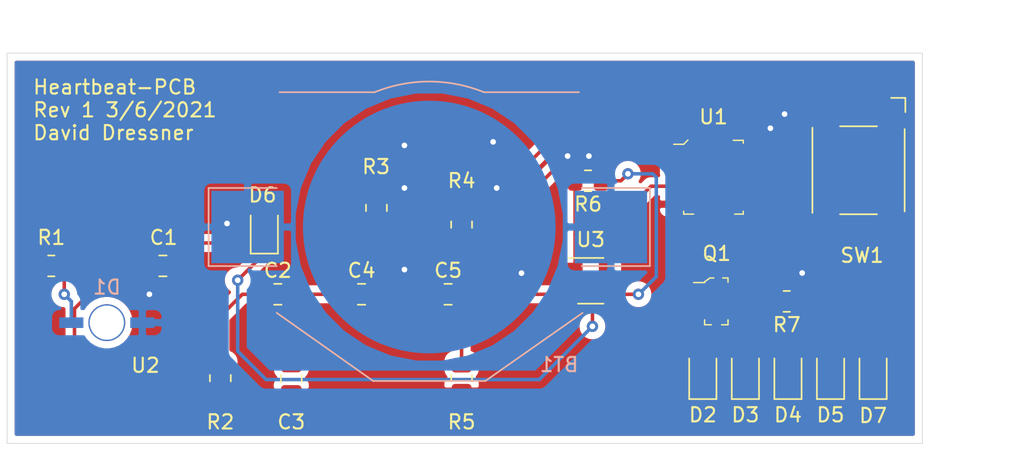
<source format=kicad_pcb>
(kicad_pcb (version 20171130) (host pcbnew "(5.1.9)-1")

  (general
    (thickness 1.6)
    (drawings 7)
    (tracks 101)
    (zones 0)
    (modules 25)
    (nets 20)
  )

  (page A4)
  (layers
    (0 F.Cu signal)
    (31 B.Cu signal)
    (32 B.Adhes user)
    (33 F.Adhes user)
    (34 B.Paste user)
    (35 F.Paste user)
    (36 B.SilkS user)
    (37 F.SilkS user)
    (38 B.Mask user)
    (39 F.Mask user)
    (40 Dwgs.User user)
    (41 Cmts.User user)
    (42 Eco1.User user)
    (43 Eco2.User user)
    (44 Edge.Cuts user)
    (45 Margin user)
    (46 B.CrtYd user)
    (47 F.CrtYd user)
    (48 B.Fab user)
    (49 F.Fab user)
  )

  (setup
    (last_trace_width 0.25)
    (trace_clearance 0.2)
    (zone_clearance 0.508)
    (zone_45_only no)
    (trace_min 0.2)
    (via_size 0.8)
    (via_drill 0.4)
    (via_min_size 0.4)
    (via_min_drill 0.3)
    (uvia_size 0.3)
    (uvia_drill 0.1)
    (uvias_allowed no)
    (uvia_min_size 0.2)
    (uvia_min_drill 0.1)
    (edge_width 0.05)
    (segment_width 0.2)
    (pcb_text_width 0.3)
    (pcb_text_size 1.5 1.5)
    (mod_edge_width 0.12)
    (mod_text_size 1 1)
    (mod_text_width 0.15)
    (pad_size 1.524 1.524)
    (pad_drill 0.762)
    (pad_to_mask_clearance 0)
    (aux_axis_origin 0 0)
    (grid_origin 156.972 16.51)
    (visible_elements FFFFFF7F)
    (pcbplotparams
      (layerselection 0x010fc_ffffffff)
      (usegerberextensions false)
      (usegerberattributes true)
      (usegerberadvancedattributes true)
      (creategerberjobfile true)
      (excludeedgelayer true)
      (linewidth 0.100000)
      (plotframeref false)
      (viasonmask false)
      (mode 1)
      (useauxorigin false)
      (hpglpennumber 1)
      (hpglpenspeed 20)
      (hpglpendiameter 15.000000)
      (psnegative false)
      (psa4output false)
      (plotreference true)
      (plotvalue true)
      (plotinvisibletext false)
      (padsonsilk false)
      (subtractmaskfromsilk false)
      (outputformat 1)
      (mirror false)
      (drillshape 1)
      (scaleselection 1)
      (outputdirectory ""))
  )

  (net 0 "")
  (net 1 +3V3)
  (net 2 GND)
  (net 3 "Net-(C2-Pad2)")
  (net 4 "Net-(C2-Pad1)")
  (net 5 "Net-(C4-Pad2)")
  (net 6 "Net-(C5-Pad2)")
  (net 7 "Net-(D1-Pad1)")
  (net 8 "Net-(D2-Pad2)")
  (net 9 +3.3VA)
  (net 10 "Net-(Q1-Pad3)")
  (net 11 /LED_DRIVE)
  (net 12 "Net-(R3-Pad2)")
  (net 13 /PULSE_OUT)
  (net 14 /BUTTON_INT)
  (net 15 "Net-(U1-Pad2)")
  (net 16 "Net-(U1-Pad1)")
  (net 17 "Net-(U1-Pad6)")
  (net 18 "Net-(U2-Pad2)")
  (net 19 "Net-(U2-Pad3)")

  (net_class Default "This is the default net class."
    (clearance 0.2)
    (trace_width 0.25)
    (via_dia 0.8)
    (via_drill 0.4)
    (uvia_dia 0.3)
    (uvia_drill 0.1)
    (add_net +3.3VA)
    (add_net +3V3)
    (add_net /BUTTON_INT)
    (add_net /LED_DRIVE)
    (add_net /PULSE_OUT)
    (add_net GND)
    (add_net "Net-(C2-Pad1)")
    (add_net "Net-(C2-Pad2)")
    (add_net "Net-(C4-Pad2)")
    (add_net "Net-(C5-Pad2)")
    (add_net "Net-(D1-Pad1)")
    (add_net "Net-(D2-Pad2)")
    (add_net "Net-(Q1-Pad3)")
    (add_net "Net-(R3-Pad2)")
    (add_net "Net-(U1-Pad1)")
    (add_net "Net-(U1-Pad2)")
    (add_net "Net-(U1-Pad6)")
    (add_net "Net-(U2-Pad2)")
    (add_net "Net-(U2-Pad3)")
  )

  (module Button_Switch_SMD:SW_SPST_Omron_B3FS-100xP (layer F.Cu) (tedit 5E6E8EA9) (tstamp 60444298)
    (at 209.972 65.26 270)
    (descr "Surface Mount Tactile Switch for High-Density Mounting, 3.1mm height, https://omronfs.omron.com/en_US/ecb/products/pdf/en-b3fs.pdf")
    (tags "Tactile Switch")
    (path /603B17C5)
    (attr smd)
    (fp_text reference SW1 (at 6 -0.25 180) (layer F.SilkS)
      (effects (font (size 1 1) (thickness 0.15)))
    )
    (fp_text value SW_DPST (at 0 4.2 90) (layer F.Fab)
      (effects (font (size 1 1) (thickness 0.15)))
    )
    (fp_line (start -5.1 -3.3) (end -4.1 -3.3) (layer F.SilkS) (width 0.12))
    (fp_line (start -5.1 -2.3) (end -5.1 -3.3) (layer F.SilkS) (width 0.12))
    (fp_circle (center 0 0) (end 1.5 0) (layer F.Fab) (width 0.1))
    (fp_line (start -5.05 -1.3) (end -5.05 -3.4) (layer F.CrtYd) (width 0.05))
    (fp_line (start -3.25 -1.3) (end -5.05 -1.3) (layer F.CrtYd) (width 0.05))
    (fp_line (start -3.25 1.3) (end -3.25 -1.3) (layer F.CrtYd) (width 0.05))
    (fp_line (start -5.05 1.3) (end -3.25 1.3) (layer F.CrtYd) (width 0.05))
    (fp_line (start -5.05 3.4) (end -5.05 1.3) (layer F.CrtYd) (width 0.05))
    (fp_line (start 5.05 3.4) (end -5.05 3.4) (layer F.CrtYd) (width 0.05))
    (fp_line (start 5.05 1.3) (end 5.05 3.4) (layer F.CrtYd) (width 0.05))
    (fp_line (start 3.25 1.3) (end 5.05 1.3) (layer F.CrtYd) (width 0.05))
    (fp_line (start 3.25 -1.3) (end 3.25 1.3) (layer F.CrtYd) (width 0.05))
    (fp_line (start 5.05 -1.3) (end 3.25 -1.3) (layer F.CrtYd) (width 0.05))
    (fp_line (start 5.05 -3.4) (end 5.05 -1.3) (layer F.CrtYd) (width 0.05))
    (fp_line (start -5.05 -3.4) (end 5.05 -3.4) (layer F.CrtYd) (width 0.05))
    (fp_line (start -3 3.15) (end -3 -3.15) (layer F.Fab) (width 0.1))
    (fp_line (start 3 3.15) (end -3 3.15) (layer F.Fab) (width 0.1))
    (fp_line (start 3 -3.15) (end 3 3.15) (layer F.Fab) (width 0.1))
    (fp_line (start -3 -3.15) (end 3 -3.15) (layer F.Fab) (width 0.1))
    (fp_line (start -3.1 -1.3) (end -3.1 1.3) (layer F.SilkS) (width 0.12))
    (fp_line (start 3.1 -1.3) (end 3.1 1.3) (layer F.SilkS) (width 0.12))
    (fp_line (start 3 3.25) (end -3 3.25) (layer F.SilkS) (width 0.12))
    (fp_line (start 2.9 -3.25) (end -2.9 -3.25) (layer F.SilkS) (width 0.12))
    (fp_text user %R (at 0 -2.2 90) (layer F.Fab)
      (effects (font (size 1 1) (thickness 0.15)))
    )
    (pad 2 smd rect (at 4 -2.25 90) (size 1.6 1.4) (layers F.Cu F.Paste F.Mask)
      (net 14 /BUTTON_INT))
    (pad 1 smd rect (at -4 -2.25 90) (size 1.6 1.4) (layers F.Cu F.Paste F.Mask)
      (net 1 +3V3))
    (pad 4 smd rect (at 4 2.25 90) (size 1.6 1.4) (layers F.Cu F.Paste F.Mask)
      (net 14 /BUTTON_INT))
    (pad 3 smd rect (at -4 2.25 90) (size 1.6 1.4) (layers F.Cu F.Paste F.Mask)
      (net 1 +3V3))
    (model ${KISYS3DMOD}/Button_Switch_SMD.3dshapes/SW_SPST_Omron_B3FS-100xP.wrl
      (at (xyz 0 0 0))
      (scale (xyz 1 1 1))
      (rotate (xyz 0 0 0))
    )
  )

  (module digikey-footprints:SOIC-8_W5.3mm (layer F.Cu) (tedit 5D28A54C) (tstamp 604442B6)
    (at 199.75 65.75)
    (descr http://ww1.microchip.com/downloads/en/DeviceDoc/Atmel-2586-AVR-8-bit-Microcontroller-ATtiny25-ATtiny45-ATtiny85_Datasheet-Summary.pdf)
    (path /60466EDE)
    (attr smd)
    (fp_text reference U1 (at 0 -4.25) (layer F.SilkS)
      (effects (font (size 1 1) (thickness 0.15)))
    )
    (fp_text value ATTINY85-20SU (at 0 4.25) (layer F.Fab)
      (effects (font (size 1 1) (thickness 0.15)))
    )
    (fp_line (start -1.995 2.49) (end 1.995 2.49) (layer F.Fab) (width 0.1))
    (fp_line (start 1.995 2.49) (end 1.995 -2.49) (layer F.Fab) (width 0.1))
    (fp_line (start -2 -2.25) (end -1.75 -2.5) (layer F.Fab) (width 0.1))
    (fp_line (start 1.99 -2.5) (end -1.75 -2.5) (layer F.Fab) (width 0.1))
    (fp_line (start -2 2.49) (end -2 -2.25) (layer F.Fab) (width 0.1))
    (fp_line (start -2.1 -2.32) (end -2.8 -2.32) (layer F.SilkS) (width 0.1))
    (fp_line (start -1.8 -2.62) (end -2.1 -2.32) (layer F.SilkS) (width 0.1))
    (fp_line (start 2.1 -2.6) (end 2.1 -2.4) (layer F.SilkS) (width 0.1))
    (fp_line (start 1.4 -2.6) (end 2.1 -2.6) (layer F.SilkS) (width 0.1))
    (fp_line (start 2.1 2.6) (end 1.5 2.6) (layer F.SilkS) (width 0.1))
    (fp_line (start 2.1 2.4) (end 2.1 2.6) (layer F.SilkS) (width 0.1))
    (fp_line (start -2.1 2.6) (end -1.4 2.6) (layer F.SilkS) (width 0.1))
    (fp_line (start -2.1 2.4) (end -2.1 2.6) (layer F.SilkS) (width 0.1))
    (fp_line (start -3.75 2.75) (end 3.5 2.75) (layer F.CrtYd) (width 0.05))
    (fp_line (start -3.75 -2.75) (end -3.75 2.75) (layer F.CrtYd) (width 0.05))
    (fp_line (start 3.5 -2.75) (end 3.5 2.75) (layer F.CrtYd) (width 0.05))
    (fp_line (start -3.75 -2.75) (end 3.5 -2.75) (layer F.CrtYd) (width 0.05))
    (fp_text user %R (at 0 0) (layer F.Fab)
      (effects (font (size 0.7 0.7) (thickness 0.07)))
    )
    (pad 3 smd rect (at -2.465 0.635) (size 1.6 0.7) (layers F.Cu F.Paste F.Mask)
      (net 13 /PULSE_OUT))
    (pad 2 smd rect (at -2.465 -0.635) (size 1.6 0.7) (layers F.Cu F.Paste F.Mask)
      (net 15 "Net-(U1-Pad2)"))
    (pad 4 smd rect (at -2.465 1.905) (size 1.6 0.7) (layers F.Cu F.Paste F.Mask)
      (net 2 GND))
    (pad 1 smd rect (at -2.465 -1.905) (size 1.6 0.7) (layers F.Cu F.Paste F.Mask)
      (net 16 "Net-(U1-Pad1)"))
    (pad 5 smd rect (at 2.465 1.905) (size 1.6 0.7) (layers F.Cu F.Paste F.Mask)
      (net 11 /LED_DRIVE))
    (pad 6 smd rect (at 2.465 0.635) (size 1.6 0.7) (layers F.Cu F.Paste F.Mask)
      (net 17 "Net-(U1-Pad6)"))
    (pad 7 smd rect (at 2.465 -0.635) (size 1.6 0.7) (layers F.Cu F.Paste F.Mask)
      (net 14 /BUTTON_INT))
    (pad 8 smd rect (at 2.465 -1.905) (size 1.6 0.7) (layers F.Cu F.Paste F.Mask)
      (net 1 +3V3))
  )

  (module Battery:BatteryHolder_Keystone_3002_1x2032 (layer B.Cu) (tedit 5D9C7E9A) (tstamp 604460D1)
    (at 179.722 69.26 180)
    (descr https://www.tme.eu/it/Document/a823211ec201a9e209042d155fe22d2b/KEYS2996.pdf)
    (tags "BR2016 CR2016 DL2016 BR2020 CL2020 BR2025 CR2025 DL2025 DR2032 CR2032 DL2032")
    (path /603AC358)
    (attr smd)
    (fp_text reference BT1 (at -9.15 -9.7) (layer B.SilkS)
      (effects (font (size 1 1) (thickness 0.15)) (justify mirror))
    )
    (fp_text value Holder (at 0 11) (layer B.Fab)
      (effects (font (size 1 1) (thickness 0.15)) (justify mirror))
    )
    (fp_line (start -15.35 2.55) (end -15.35 -2.55) (layer B.Fab) (width 0.1))
    (fp_line (start -15.35 -2.55) (end -10.55 -2.55) (layer B.Fab) (width 0.1))
    (fp_line (start -15.35 2.55) (end -10.55 2.55) (layer B.Fab) (width 0.1))
    (fp_line (start -10.55 -2.55) (end -10.55 -5.85) (layer B.Fab) (width 0.1))
    (fp_line (start 10.55 -2.55) (end 10.55 -5.9) (layer B.Fab) (width 0.1))
    (fp_line (start -3.8 -10.6) (end 3.8 -10.6) (layer B.Fab) (width 0.1))
    (fp_line (start 10.55 -2.55) (end 15.35 -2.55) (layer B.Fab) (width 0.1))
    (fp_line (start 15.35 -2.55) (end 15.35 2.55) (layer B.Fab) (width 0.1))
    (fp_line (start 15.35 2.55) (end 10.55 2.55) (layer B.Fab) (width 0.1))
    (fp_line (start 10.55 2.55) (end 10.55 9.3) (layer B.Fab) (width 0.1))
    (fp_line (start 10.55 9.3) (end -10.55 9.3) (layer B.Fab) (width 0.1))
    (fp_line (start -10.55 2.55) (end -10.55 9.3) (layer B.Fab) (width 0.1))
    (fp_line (start -10.55 -5.85) (end -3.8 -10.6) (layer B.Fab) (width 0.1))
    (fp_line (start -10.8 -6.05) (end -3.95 -10.85) (layer B.SilkS) (width 0.12))
    (fp_line (start -3.95 -10.85) (end 3.95 -10.85) (layer B.SilkS) (width 0.12))
    (fp_line (start 3.95 -10.85) (end 10.75 -6.05) (layer B.SilkS) (width 0.12))
    (fp_line (start 10.55 -5.9) (end 3.8 -10.6) (layer B.Fab) (width 0.1))
    (fp_circle (center 0 0) (end 10 0) (layer Dwgs.User) (width 0.2))
    (fp_line (start -10.55 9.5) (end -3.85 9.5) (layer B.SilkS) (width 0.12))
    (fp_line (start 10.55 9.5) (end 3.85 9.5) (layer B.SilkS) (width 0.12))
    (fp_line (start -15.85 3.05) (end -11.05 3.05) (layer B.CrtYd) (width 0.05))
    (fp_line (start -11.05 3.05) (end -11.05 9.8) (layer B.CrtYd) (width 0.05))
    (fp_line (start -11.05 9.8) (end -3.9 9.8) (layer B.CrtYd) (width 0.05))
    (fp_line (start 11.05 9.8) (end 3.9 9.8) (layer B.CrtYd) (width 0.05))
    (fp_line (start 11.05 9.8) (end 11.05 3.05) (layer B.CrtYd) (width 0.05))
    (fp_line (start 11.05 3.05) (end 15.85 3.05) (layer B.CrtYd) (width 0.05))
    (fp_line (start 15.85 3.05) (end 15.85 -3.05) (layer B.CrtYd) (width 0.05))
    (fp_line (start 15.85 -3.05) (end 11.05 -3.05) (layer B.CrtYd) (width 0.05))
    (fp_line (start 11.05 -3.05) (end 11.05 -6.35) (layer B.CrtYd) (width 0.05))
    (fp_line (start 11.05 -6.35) (end 4.3 -11.1) (layer B.CrtYd) (width 0.05))
    (fp_line (start 4.3 -11.1) (end -4.3 -11.1) (layer B.CrtYd) (width 0.05))
    (fp_line (start -4.3 -11.1) (end -11.05 -6.35) (layer B.CrtYd) (width 0.05))
    (fp_line (start -11.05 -6.35) (end -11.05 -3.05) (layer B.CrtYd) (width 0.05))
    (fp_line (start -11.05 -3.05) (end -15.85 -3.05) (layer B.CrtYd) (width 0.05))
    (fp_line (start -15.85 -3.05) (end -15.85 3.05) (layer B.CrtYd) (width 0.05))
    (fp_line (start -10.75 2.75) (end -15.55 2.75) (layer B.SilkS) (width 0.12))
    (fp_line (start -15.55 2.75) (end -15.55 -2.75) (layer B.SilkS) (width 0.12))
    (fp_line (start -15.55 -2.75) (end -10.75 -2.75) (layer B.SilkS) (width 0.12))
    (fp_line (start 10.75 -2.75) (end 15.55 -2.75) (layer B.SilkS) (width 0.12))
    (fp_line (start 15.55 -2.75) (end 15.55 2.75) (layer B.SilkS) (width 0.12))
    (fp_line (start 15.55 2.75) (end 10.75 2.75) (layer B.SilkS) (width 0.12))
    (fp_text user %R (at -9.15 -9.7) (layer B.Fab)
      (effects (font (size 1 1) (thickness 0.15)) (justify mirror))
    )
    (fp_arc (start 0 0) (end 3.9 9.8) (angle 43.40107348) (layer B.CrtYd) (width 0.05))
    (fp_arc (start 0 0) (end 3.85 9.5) (angle 44.1) (layer B.SilkS) (width 0.12))
    (pad 1 smd rect (at 12.8 0 180) (size 5.1 5.1) (layers B.Cu B.Paste B.Mask)
      (net 1 +3V3))
    (pad 1 smd rect (at -12.8 0 180) (size 5.1 5.1) (layers B.Cu B.Paste B.Mask)
      (net 1 +3V3))
    (pad 2 smd circle (at 0 0 180) (size 17.8 17.8) (layers B.Cu B.Mask)
      (net 2 GND))
    (model ${KISYS3DMOD}/Battery.3dshapes/BatteryHolder_Keystone_3002_1x2032.wrl
      (at (xyz 0 0 0))
      (scale (xyz 1 1 1))
      (rotate (xyz 0 0 0))
    )
  )

  (module Capacitor_SMD:C_0805_2012Metric (layer F.Cu) (tedit 5F68FEEE) (tstamp 60444128)
    (at 160.95 72)
    (descr "Capacitor SMD 0805 (2012 Metric), square (rectangular) end terminal, IPC_7351 nominal, (Body size source: IPC-SM-782 page 76, https://www.pcb-3d.com/wordpress/wp-content/uploads/ipc-sm-782a_amendment_1_and_2.pdf, https://docs.google.com/spreadsheets/d/1BsfQQcO9C6DZCsRaXUlFlo91Tg2WpOkGARC1WS5S8t0/edit?usp=sharing), generated with kicad-footprint-generator")
    (tags capacitor)
    (path /603297AD)
    (attr smd)
    (fp_text reference C1 (at 0.05 -2) (layer F.SilkS)
      (effects (font (size 1 1) (thickness 0.15)))
    )
    (fp_text value 2.2uF (at 0 1.68) (layer F.Fab)
      (effects (font (size 1 1) (thickness 0.15)))
    )
    (fp_text user %R (at 0 0) (layer F.Fab)
      (effects (font (size 0.5 0.5) (thickness 0.08)))
    )
    (fp_line (start -1 0.625) (end -1 -0.625) (layer F.Fab) (width 0.1))
    (fp_line (start -1 -0.625) (end 1 -0.625) (layer F.Fab) (width 0.1))
    (fp_line (start 1 -0.625) (end 1 0.625) (layer F.Fab) (width 0.1))
    (fp_line (start 1 0.625) (end -1 0.625) (layer F.Fab) (width 0.1))
    (fp_line (start -0.261252 -0.735) (end 0.261252 -0.735) (layer F.SilkS) (width 0.12))
    (fp_line (start -0.261252 0.735) (end 0.261252 0.735) (layer F.SilkS) (width 0.12))
    (fp_line (start -1.7 0.98) (end -1.7 -0.98) (layer F.CrtYd) (width 0.05))
    (fp_line (start -1.7 -0.98) (end 1.7 -0.98) (layer F.CrtYd) (width 0.05))
    (fp_line (start 1.7 -0.98) (end 1.7 0.98) (layer F.CrtYd) (width 0.05))
    (fp_line (start 1.7 0.98) (end -1.7 0.98) (layer F.CrtYd) (width 0.05))
    (pad 2 smd roundrect (at 0.95 0) (size 1 1.45) (layers F.Cu F.Paste F.Mask) (roundrect_rratio 0.25)
      (net 2 GND))
    (pad 1 smd roundrect (at -0.95 0) (size 1 1.45) (layers F.Cu F.Paste F.Mask) (roundrect_rratio 0.25)
      (net 1 +3V3))
    (model ${KISYS3DMOD}/Capacitor_SMD.3dshapes/C_0805_2012Metric.wrl
      (at (xyz 0 0 0))
      (scale (xyz 1 1 1))
      (rotate (xyz 0 0 0))
    )
  )

  (module Capacitor_SMD:C_0805_2012Metric (layer F.Cu) (tedit 5F68FEEE) (tstamp 60444139)
    (at 169.05 74)
    (descr "Capacitor SMD 0805 (2012 Metric), square (rectangular) end terminal, IPC_7351 nominal, (Body size source: IPC-SM-782 page 76, https://www.pcb-3d.com/wordpress/wp-content/uploads/ipc-sm-782a_amendment_1_and_2.pdf, https://docs.google.com/spreadsheets/d/1BsfQQcO9C6DZCsRaXUlFlo91Tg2WpOkGARC1WS5S8t0/edit?usp=sharing), generated with kicad-footprint-generator")
    (tags capacitor)
    (path /6032DDF5)
    (attr smd)
    (fp_text reference C2 (at 0 -1.68) (layer F.SilkS)
      (effects (font (size 1 1) (thickness 0.15)))
    )
    (fp_text value 4.7uF (at 0 1.68) (layer F.Fab)
      (effects (font (size 1 1) (thickness 0.15)))
    )
    (fp_text user %R (at 0 0) (layer F.Fab)
      (effects (font (size 0.5 0.5) (thickness 0.08)))
    )
    (fp_line (start -1 0.625) (end -1 -0.625) (layer F.Fab) (width 0.1))
    (fp_line (start -1 -0.625) (end 1 -0.625) (layer F.Fab) (width 0.1))
    (fp_line (start 1 -0.625) (end 1 0.625) (layer F.Fab) (width 0.1))
    (fp_line (start 1 0.625) (end -1 0.625) (layer F.Fab) (width 0.1))
    (fp_line (start -0.261252 -0.735) (end 0.261252 -0.735) (layer F.SilkS) (width 0.12))
    (fp_line (start -0.261252 0.735) (end 0.261252 0.735) (layer F.SilkS) (width 0.12))
    (fp_line (start -1.7 0.98) (end -1.7 -0.98) (layer F.CrtYd) (width 0.05))
    (fp_line (start -1.7 -0.98) (end 1.7 -0.98) (layer F.CrtYd) (width 0.05))
    (fp_line (start 1.7 -0.98) (end 1.7 0.98) (layer F.CrtYd) (width 0.05))
    (fp_line (start 1.7 0.98) (end -1.7 0.98) (layer F.CrtYd) (width 0.05))
    (pad 2 smd roundrect (at 0.95 0) (size 1 1.45) (layers F.Cu F.Paste F.Mask) (roundrect_rratio 0.25)
      (net 3 "Net-(C2-Pad2)"))
    (pad 1 smd roundrect (at -0.95 0) (size 1 1.45) (layers F.Cu F.Paste F.Mask) (roundrect_rratio 0.25)
      (net 4 "Net-(C2-Pad1)"))
    (model ${KISYS3DMOD}/Capacitor_SMD.3dshapes/C_0805_2012Metric.wrl
      (at (xyz 0 0 0))
      (scale (xyz 1 1 1))
      (rotate (xyz 0 0 0))
    )
  )

  (module Capacitor_SMD:C_0805_2012Metric (layer F.Cu) (tedit 5F68FEEE) (tstamp 6044414A)
    (at 170 79.95 270)
    (descr "Capacitor SMD 0805 (2012 Metric), square (rectangular) end terminal, IPC_7351 nominal, (Body size source: IPC-SM-782 page 76, https://www.pcb-3d.com/wordpress/wp-content/uploads/ipc-sm-782a_amendment_1_and_2.pdf, https://docs.google.com/spreadsheets/d/1BsfQQcO9C6DZCsRaXUlFlo91Tg2WpOkGARC1WS5S8t0/edit?usp=sharing), generated with kicad-footprint-generator")
    (tags capacitor)
    (path /6032FBF1)
    (attr smd)
    (fp_text reference C3 (at 3.05 0 180) (layer F.SilkS)
      (effects (font (size 1 1) (thickness 0.15)))
    )
    (fp_text value 4.7uf (at 0 1.68 90) (layer F.Fab)
      (effects (font (size 1 1) (thickness 0.15)))
    )
    (fp_line (start 1.7 0.98) (end -1.7 0.98) (layer F.CrtYd) (width 0.05))
    (fp_line (start 1.7 -0.98) (end 1.7 0.98) (layer F.CrtYd) (width 0.05))
    (fp_line (start -1.7 -0.98) (end 1.7 -0.98) (layer F.CrtYd) (width 0.05))
    (fp_line (start -1.7 0.98) (end -1.7 -0.98) (layer F.CrtYd) (width 0.05))
    (fp_line (start -0.261252 0.735) (end 0.261252 0.735) (layer F.SilkS) (width 0.12))
    (fp_line (start -0.261252 -0.735) (end 0.261252 -0.735) (layer F.SilkS) (width 0.12))
    (fp_line (start 1 0.625) (end -1 0.625) (layer F.Fab) (width 0.1))
    (fp_line (start 1 -0.625) (end 1 0.625) (layer F.Fab) (width 0.1))
    (fp_line (start -1 -0.625) (end 1 -0.625) (layer F.Fab) (width 0.1))
    (fp_line (start -1 0.625) (end -1 -0.625) (layer F.Fab) (width 0.1))
    (fp_text user %R (at 0 0 90) (layer F.Fab)
      (effects (font (size 0.5 0.5) (thickness 0.08)))
    )
    (pad 1 smd roundrect (at -0.95 0 270) (size 1 1.45) (layers F.Cu F.Paste F.Mask) (roundrect_rratio 0.25)
      (net 3 "Net-(C2-Pad2)"))
    (pad 2 smd roundrect (at 0.95 0 270) (size 1 1.45) (layers F.Cu F.Paste F.Mask) (roundrect_rratio 0.25)
      (net 2 GND))
    (model ${KISYS3DMOD}/Capacitor_SMD.3dshapes/C_0805_2012Metric.wrl
      (at (xyz 0 0 0))
      (scale (xyz 1 1 1))
      (rotate (xyz 0 0 0))
    )
  )

  (module Capacitor_SMD:C_0805_2012Metric (layer F.Cu) (tedit 5F68FEEE) (tstamp 6044415B)
    (at 174.95 74)
    (descr "Capacitor SMD 0805 (2012 Metric), square (rectangular) end terminal, IPC_7351 nominal, (Body size source: IPC-SM-782 page 76, https://www.pcb-3d.com/wordpress/wp-content/uploads/ipc-sm-782a_amendment_1_and_2.pdf, https://docs.google.com/spreadsheets/d/1BsfQQcO9C6DZCsRaXUlFlo91Tg2WpOkGARC1WS5S8t0/edit?usp=sharing), generated with kicad-footprint-generator")
    (tags capacitor)
    (path /6032F0B7)
    (attr smd)
    (fp_text reference C4 (at 0 -1.68) (layer F.SilkS)
      (effects (font (size 1 1) (thickness 0.15)))
    )
    (fp_text value 4.7uF (at 0 1.68) (layer F.Fab)
      (effects (font (size 1 1) (thickness 0.15)))
    )
    (fp_text user %R (at 0 0) (layer F.Fab)
      (effects (font (size 0.5 0.5) (thickness 0.08)))
    )
    (fp_line (start -1 0.625) (end -1 -0.625) (layer F.Fab) (width 0.1))
    (fp_line (start -1 -0.625) (end 1 -0.625) (layer F.Fab) (width 0.1))
    (fp_line (start 1 -0.625) (end 1 0.625) (layer F.Fab) (width 0.1))
    (fp_line (start 1 0.625) (end -1 0.625) (layer F.Fab) (width 0.1))
    (fp_line (start -0.261252 -0.735) (end 0.261252 -0.735) (layer F.SilkS) (width 0.12))
    (fp_line (start -0.261252 0.735) (end 0.261252 0.735) (layer F.SilkS) (width 0.12))
    (fp_line (start -1.7 0.98) (end -1.7 -0.98) (layer F.CrtYd) (width 0.05))
    (fp_line (start -1.7 -0.98) (end 1.7 -0.98) (layer F.CrtYd) (width 0.05))
    (fp_line (start 1.7 -0.98) (end 1.7 0.98) (layer F.CrtYd) (width 0.05))
    (fp_line (start 1.7 0.98) (end -1.7 0.98) (layer F.CrtYd) (width 0.05))
    (pad 2 smd roundrect (at 0.95 0) (size 1 1.45) (layers F.Cu F.Paste F.Mask) (roundrect_rratio 0.25)
      (net 5 "Net-(C4-Pad2)"))
    (pad 1 smd roundrect (at -0.95 0) (size 1 1.45) (layers F.Cu F.Paste F.Mask) (roundrect_rratio 0.25)
      (net 3 "Net-(C2-Pad2)"))
    (model ${KISYS3DMOD}/Capacitor_SMD.3dshapes/C_0805_2012Metric.wrl
      (at (xyz 0 0 0))
      (scale (xyz 1 1 1))
      (rotate (xyz 0 0 0))
    )
  )

  (module Capacitor_SMD:C_0805_2012Metric (layer F.Cu) (tedit 5F68FEEE) (tstamp 6044416C)
    (at 181.05 74)
    (descr "Capacitor SMD 0805 (2012 Metric), square (rectangular) end terminal, IPC_7351 nominal, (Body size source: IPC-SM-782 page 76, https://www.pcb-3d.com/wordpress/wp-content/uploads/ipc-sm-782a_amendment_1_and_2.pdf, https://docs.google.com/spreadsheets/d/1BsfQQcO9C6DZCsRaXUlFlo91Tg2WpOkGARC1WS5S8t0/edit?usp=sharing), generated with kicad-footprint-generator")
    (tags capacitor)
    (path /6032F5EE)
    (attr smd)
    (fp_text reference C5 (at 0 -1.68) (layer F.SilkS)
      (effects (font (size 1 1) (thickness 0.15)))
    )
    (fp_text value 2.2uF (at 0 1.68) (layer F.Fab)
      (effects (font (size 1 1) (thickness 0.15)))
    )
    (fp_line (start 1.7 0.98) (end -1.7 0.98) (layer F.CrtYd) (width 0.05))
    (fp_line (start 1.7 -0.98) (end 1.7 0.98) (layer F.CrtYd) (width 0.05))
    (fp_line (start -1.7 -0.98) (end 1.7 -0.98) (layer F.CrtYd) (width 0.05))
    (fp_line (start -1.7 0.98) (end -1.7 -0.98) (layer F.CrtYd) (width 0.05))
    (fp_line (start -0.261252 0.735) (end 0.261252 0.735) (layer F.SilkS) (width 0.12))
    (fp_line (start -0.261252 -0.735) (end 0.261252 -0.735) (layer F.SilkS) (width 0.12))
    (fp_line (start 1 0.625) (end -1 0.625) (layer F.Fab) (width 0.1))
    (fp_line (start 1 -0.625) (end 1 0.625) (layer F.Fab) (width 0.1))
    (fp_line (start -1 -0.625) (end 1 -0.625) (layer F.Fab) (width 0.1))
    (fp_line (start -1 0.625) (end -1 -0.625) (layer F.Fab) (width 0.1))
    (fp_text user %R (at 0 0) (layer F.Fab)
      (effects (font (size 0.5 0.5) (thickness 0.08)))
    )
    (pad 1 smd roundrect (at -0.95 0) (size 1 1.45) (layers F.Cu F.Paste F.Mask) (roundrect_rratio 0.25)
      (net 5 "Net-(C4-Pad2)"))
    (pad 2 smd roundrect (at 0.95 0) (size 1 1.45) (layers F.Cu F.Paste F.Mask) (roundrect_rratio 0.25)
      (net 6 "Net-(C5-Pad2)"))
    (model ${KISYS3DMOD}/Capacitor_SMD.3dshapes/C_0805_2012Metric.wrl
      (at (xyz 0 0 0))
      (scale (xyz 1 1 1))
      (rotate (xyz 0 0 0))
    )
  )

  (module AM2520ZGC09:AM2520ZGC09 (layer B.Cu) (tedit 6043DCCE) (tstamp 60444173)
    (at 157 76)
    (path /60361A77)
    (fp_text reference D1 (at 0 -2.5) (layer B.SilkS)
      (effects (font (size 1 1) (thickness 0.15)) (justify mirror))
    )
    (fp_text value AM2520ZGC09 (at 0 2.54) (layer B.Fab)
      (effects (font (size 1 1) (thickness 0.15)) (justify mirror))
    )
    (pad 2 smd rect (at 2.5 0 270) (size 0.75 1.7) (layers B.Cu B.Paste B.Mask)
      (net 1 +3V3))
    (pad 1 smd rect (at -2.5 0 270) (size 0.75 1.7) (layers B.Cu B.Paste B.Mask)
      (net 7 "Net-(D1-Pad1)"))
    (pad "" thru_hole circle (at 0 0 270) (size 2.6 2.6) (drill 2.4) (layers *.Cu *.Mask))
  )

  (module LED_SMD:LED_0805_2012Metric_Pad1.15x1.40mm_HandSolder (layer F.Cu) (tedit 5F68FEF1) (tstamp 60444186)
    (at 199 79.525 90)
    (descr "LED SMD 0805 (2012 Metric), square (rectangular) end terminal, IPC_7351 nominal, (Body size source: https://docs.google.com/spreadsheets/d/1BsfQQcO9C6DZCsRaXUlFlo91Tg2WpOkGARC1WS5S8t0/edit?usp=sharing), generated with kicad-footprint-generator")
    (tags "LED handsolder")
    (path /603DC11A)
    (attr smd)
    (fp_text reference D2 (at -2.975 0 180) (layer F.SilkS)
      (effects (font (size 1 1) (thickness 0.15)))
    )
    (fp_text value R (at 0 1.65 90) (layer F.Fab)
      (effects (font (size 1 1) (thickness 0.15)))
    )
    (fp_line (start 1.85 0.95) (end -1.85 0.95) (layer F.CrtYd) (width 0.05))
    (fp_line (start 1.85 -0.95) (end 1.85 0.95) (layer F.CrtYd) (width 0.05))
    (fp_line (start -1.85 -0.95) (end 1.85 -0.95) (layer F.CrtYd) (width 0.05))
    (fp_line (start -1.85 0.95) (end -1.85 -0.95) (layer F.CrtYd) (width 0.05))
    (fp_line (start -1.86 0.96) (end 1 0.96) (layer F.SilkS) (width 0.12))
    (fp_line (start -1.86 -0.96) (end -1.86 0.96) (layer F.SilkS) (width 0.12))
    (fp_line (start 1 -0.96) (end -1.86 -0.96) (layer F.SilkS) (width 0.12))
    (fp_line (start 1 0.6) (end 1 -0.6) (layer F.Fab) (width 0.1))
    (fp_line (start -1 0.6) (end 1 0.6) (layer F.Fab) (width 0.1))
    (fp_line (start -1 -0.3) (end -1 0.6) (layer F.Fab) (width 0.1))
    (fp_line (start -0.7 -0.6) (end -1 -0.3) (layer F.Fab) (width 0.1))
    (fp_line (start 1 -0.6) (end -0.7 -0.6) (layer F.Fab) (width 0.1))
    (fp_text user %R (at 0 0 90) (layer F.Fab)
      (effects (font (size 0.5 0.5) (thickness 0.08)))
    )
    (pad 1 smd roundrect (at -1.025 0 90) (size 1.15 1.4) (layers F.Cu F.Paste F.Mask) (roundrect_rratio 0.217391)
      (net 2 GND))
    (pad 2 smd roundrect (at 1.025 0 90) (size 1.15 1.4) (layers F.Cu F.Paste F.Mask) (roundrect_rratio 0.217391)
      (net 8 "Net-(D2-Pad2)"))
    (model ${KISYS3DMOD}/LED_SMD.3dshapes/LED_0805_2012Metric.wrl
      (at (xyz 0 0 0))
      (scale (xyz 1 1 1))
      (rotate (xyz 0 0 0))
    )
  )

  (module LED_SMD:LED_0805_2012Metric_Pad1.15x1.40mm_HandSolder (layer F.Cu) (tedit 5F68FEF1) (tstamp 60444199)
    (at 202 79.525 90)
    (descr "LED SMD 0805 (2012 Metric), square (rectangular) end terminal, IPC_7351 nominal, (Body size source: https://docs.google.com/spreadsheets/d/1BsfQQcO9C6DZCsRaXUlFlo91Tg2WpOkGARC1WS5S8t0/edit?usp=sharing), generated with kicad-footprint-generator")
    (tags "LED handsolder")
    (path /603D854C)
    (attr smd)
    (fp_text reference D3 (at -2.975 0 180) (layer F.SilkS)
      (effects (font (size 1 1) (thickness 0.15)))
    )
    (fp_text value R (at 0 1.65 90) (layer F.Fab)
      (effects (font (size 1 1) (thickness 0.15)))
    )
    (fp_line (start 1.85 0.95) (end -1.85 0.95) (layer F.CrtYd) (width 0.05))
    (fp_line (start 1.85 -0.95) (end 1.85 0.95) (layer F.CrtYd) (width 0.05))
    (fp_line (start -1.85 -0.95) (end 1.85 -0.95) (layer F.CrtYd) (width 0.05))
    (fp_line (start -1.85 0.95) (end -1.85 -0.95) (layer F.CrtYd) (width 0.05))
    (fp_line (start -1.86 0.96) (end 1 0.96) (layer F.SilkS) (width 0.12))
    (fp_line (start -1.86 -0.96) (end -1.86 0.96) (layer F.SilkS) (width 0.12))
    (fp_line (start 1 -0.96) (end -1.86 -0.96) (layer F.SilkS) (width 0.12))
    (fp_line (start 1 0.6) (end 1 -0.6) (layer F.Fab) (width 0.1))
    (fp_line (start -1 0.6) (end 1 0.6) (layer F.Fab) (width 0.1))
    (fp_line (start -1 -0.3) (end -1 0.6) (layer F.Fab) (width 0.1))
    (fp_line (start -0.7 -0.6) (end -1 -0.3) (layer F.Fab) (width 0.1))
    (fp_line (start 1 -0.6) (end -0.7 -0.6) (layer F.Fab) (width 0.1))
    (fp_text user %R (at 0 0 90) (layer F.Fab)
      (effects (font (size 0.5 0.5) (thickness 0.08)))
    )
    (pad 1 smd roundrect (at -1.025 0 90) (size 1.15 1.4) (layers F.Cu F.Paste F.Mask) (roundrect_rratio 0.217391)
      (net 2 GND))
    (pad 2 smd roundrect (at 1.025 0 90) (size 1.15 1.4) (layers F.Cu F.Paste F.Mask) (roundrect_rratio 0.217391)
      (net 8 "Net-(D2-Pad2)"))
    (model ${KISYS3DMOD}/LED_SMD.3dshapes/LED_0805_2012Metric.wrl
      (at (xyz 0 0 0))
      (scale (xyz 1 1 1))
      (rotate (xyz 0 0 0))
    )
  )

  (module LED_SMD:LED_0805_2012Metric_Pad1.15x1.40mm_HandSolder (layer F.Cu) (tedit 5F68FEF1) (tstamp 604441AC)
    (at 205 79.525 90)
    (descr "LED SMD 0805 (2012 Metric), square (rectangular) end terminal, IPC_7351 nominal, (Body size source: https://docs.google.com/spreadsheets/d/1BsfQQcO9C6DZCsRaXUlFlo91Tg2WpOkGARC1WS5S8t0/edit?usp=sharing), generated with kicad-footprint-generator")
    (tags "LED handsolder")
    (path /603DB2F4)
    (attr smd)
    (fp_text reference D4 (at -2.975 0 180) (layer F.SilkS)
      (effects (font (size 1 1) (thickness 0.15)))
    )
    (fp_text value R (at 0 1.65 90) (layer F.Fab)
      (effects (font (size 1 1) (thickness 0.15)))
    )
    (fp_text user %R (at 0 0 90) (layer F.Fab)
      (effects (font (size 0.5 0.5) (thickness 0.08)))
    )
    (fp_line (start 1 -0.6) (end -0.7 -0.6) (layer F.Fab) (width 0.1))
    (fp_line (start -0.7 -0.6) (end -1 -0.3) (layer F.Fab) (width 0.1))
    (fp_line (start -1 -0.3) (end -1 0.6) (layer F.Fab) (width 0.1))
    (fp_line (start -1 0.6) (end 1 0.6) (layer F.Fab) (width 0.1))
    (fp_line (start 1 0.6) (end 1 -0.6) (layer F.Fab) (width 0.1))
    (fp_line (start 1 -0.96) (end -1.86 -0.96) (layer F.SilkS) (width 0.12))
    (fp_line (start -1.86 -0.96) (end -1.86 0.96) (layer F.SilkS) (width 0.12))
    (fp_line (start -1.86 0.96) (end 1 0.96) (layer F.SilkS) (width 0.12))
    (fp_line (start -1.85 0.95) (end -1.85 -0.95) (layer F.CrtYd) (width 0.05))
    (fp_line (start -1.85 -0.95) (end 1.85 -0.95) (layer F.CrtYd) (width 0.05))
    (fp_line (start 1.85 -0.95) (end 1.85 0.95) (layer F.CrtYd) (width 0.05))
    (fp_line (start 1.85 0.95) (end -1.85 0.95) (layer F.CrtYd) (width 0.05))
    (pad 2 smd roundrect (at 1.025 0 90) (size 1.15 1.4) (layers F.Cu F.Paste F.Mask) (roundrect_rratio 0.217391)
      (net 8 "Net-(D2-Pad2)"))
    (pad 1 smd roundrect (at -1.025 0 90) (size 1.15 1.4) (layers F.Cu F.Paste F.Mask) (roundrect_rratio 0.217391)
      (net 2 GND))
    (model ${KISYS3DMOD}/LED_SMD.3dshapes/LED_0805_2012Metric.wrl
      (at (xyz 0 0 0))
      (scale (xyz 1 1 1))
      (rotate (xyz 0 0 0))
    )
  )

  (module LED_SMD:LED_0805_2012Metric_Pad1.15x1.40mm_HandSolder (layer F.Cu) (tedit 5F68FEF1) (tstamp 604441BF)
    (at 208 79.525 90)
    (descr "LED SMD 0805 (2012 Metric), square (rectangular) end terminal, IPC_7351 nominal, (Body size source: https://docs.google.com/spreadsheets/d/1BsfQQcO9C6DZCsRaXUlFlo91Tg2WpOkGARC1WS5S8t0/edit?usp=sharing), generated with kicad-footprint-generator")
    (tags "LED handsolder")
    (path /603DCAC1)
    (attr smd)
    (fp_text reference D5 (at -2.975 0 180) (layer F.SilkS)
      (effects (font (size 1 1) (thickness 0.15)))
    )
    (fp_text value R (at 0 1.65 90) (layer F.Fab)
      (effects (font (size 1 1) (thickness 0.15)))
    )
    (fp_text user %R (at 0 0 90) (layer F.Fab)
      (effects (font (size 0.5 0.5) (thickness 0.08)))
    )
    (fp_line (start 1 -0.6) (end -0.7 -0.6) (layer F.Fab) (width 0.1))
    (fp_line (start -0.7 -0.6) (end -1 -0.3) (layer F.Fab) (width 0.1))
    (fp_line (start -1 -0.3) (end -1 0.6) (layer F.Fab) (width 0.1))
    (fp_line (start -1 0.6) (end 1 0.6) (layer F.Fab) (width 0.1))
    (fp_line (start 1 0.6) (end 1 -0.6) (layer F.Fab) (width 0.1))
    (fp_line (start 1 -0.96) (end -1.86 -0.96) (layer F.SilkS) (width 0.12))
    (fp_line (start -1.86 -0.96) (end -1.86 0.96) (layer F.SilkS) (width 0.12))
    (fp_line (start -1.86 0.96) (end 1 0.96) (layer F.SilkS) (width 0.12))
    (fp_line (start -1.85 0.95) (end -1.85 -0.95) (layer F.CrtYd) (width 0.05))
    (fp_line (start -1.85 -0.95) (end 1.85 -0.95) (layer F.CrtYd) (width 0.05))
    (fp_line (start 1.85 -0.95) (end 1.85 0.95) (layer F.CrtYd) (width 0.05))
    (fp_line (start 1.85 0.95) (end -1.85 0.95) (layer F.CrtYd) (width 0.05))
    (pad 2 smd roundrect (at 1.025 0 90) (size 1.15 1.4) (layers F.Cu F.Paste F.Mask) (roundrect_rratio 0.217391)
      (net 8 "Net-(D2-Pad2)"))
    (pad 1 smd roundrect (at -1.025 0 90) (size 1.15 1.4) (layers F.Cu F.Paste F.Mask) (roundrect_rratio 0.217391)
      (net 2 GND))
    (model ${KISYS3DMOD}/LED_SMD.3dshapes/LED_0805_2012Metric.wrl
      (at (xyz 0 0 0))
      (scale (xyz 1 1 1))
      (rotate (xyz 0 0 0))
    )
  )

  (module Diode_SMD:D_0805_2012Metric (layer F.Cu) (tedit 5F68FEF0) (tstamp 604441D2)
    (at 168.097 69.4475 90)
    (descr "Diode SMD 0805 (2012 Metric), square (rectangular) end terminal, IPC_7351 nominal, (Body size source: https://docs.google.com/spreadsheets/d/1BsfQQcO9C6DZCsRaXUlFlo91Tg2WpOkGARC1WS5S8t0/edit?usp=sharing), generated with kicad-footprint-generator")
    (tags diode)
    (path /60336837)
    (attr smd)
    (fp_text reference D6 (at 2.4375 -0.125) (layer F.SilkS)
      (effects (font (size 1 1) (thickness 0.15)))
    )
    (fp_text value D_Schottky (at 0 1.65 90) (layer F.Fab)
      (effects (font (size 1 1) (thickness 0.15)))
    )
    (fp_line (start 1.68 0.95) (end -1.68 0.95) (layer F.CrtYd) (width 0.05))
    (fp_line (start 1.68 -0.95) (end 1.68 0.95) (layer F.CrtYd) (width 0.05))
    (fp_line (start -1.68 -0.95) (end 1.68 -0.95) (layer F.CrtYd) (width 0.05))
    (fp_line (start -1.68 0.95) (end -1.68 -0.95) (layer F.CrtYd) (width 0.05))
    (fp_line (start -1.685 0.96) (end 1 0.96) (layer F.SilkS) (width 0.12))
    (fp_line (start -1.685 -0.96) (end -1.685 0.96) (layer F.SilkS) (width 0.12))
    (fp_line (start 1 -0.96) (end -1.685 -0.96) (layer F.SilkS) (width 0.12))
    (fp_line (start 1 0.6) (end 1 -0.6) (layer F.Fab) (width 0.1))
    (fp_line (start -1 0.6) (end 1 0.6) (layer F.Fab) (width 0.1))
    (fp_line (start -1 -0.3) (end -1 0.6) (layer F.Fab) (width 0.1))
    (fp_line (start -0.7 -0.6) (end -1 -0.3) (layer F.Fab) (width 0.1))
    (fp_line (start 1 -0.6) (end -0.7 -0.6) (layer F.Fab) (width 0.1))
    (fp_text user %R (at 0 0 90) (layer F.Fab)
      (effects (font (size 0.5 0.5) (thickness 0.08)))
    )
    (pad 1 smd roundrect (at -0.9375 0 90) (size 0.975 1.4) (layers F.Cu F.Paste F.Mask) (roundrect_rratio 0.25)
      (net 9 +3.3VA))
    (pad 2 smd roundrect (at 0.9375 0 90) (size 0.975 1.4) (layers F.Cu F.Paste F.Mask) (roundrect_rratio 0.25)
      (net 1 +3V3))
    (model ${KISYS3DMOD}/Diode_SMD.3dshapes/D_0805_2012Metric.wrl
      (at (xyz 0 0 0))
      (scale (xyz 1 1 1))
      (rotate (xyz 0 0 0))
    )
  )

  (module LED_SMD:LED_0805_2012Metric_Pad1.15x1.40mm_HandSolder (layer F.Cu) (tedit 5F68FEF1) (tstamp 604441E5)
    (at 211 79.525 90)
    (descr "LED SMD 0805 (2012 Metric), square (rectangular) end terminal, IPC_7351 nominal, (Body size source: https://docs.google.com/spreadsheets/d/1BsfQQcO9C6DZCsRaXUlFlo91Tg2WpOkGARC1WS5S8t0/edit?usp=sharing), generated with kicad-footprint-generator")
    (tags "LED handsolder")
    (path /603EE089)
    (attr smd)
    (fp_text reference D7 (at -3.025 0 180) (layer F.SilkS)
      (effects (font (size 1 1) (thickness 0.15)))
    )
    (fp_text value R (at 0 1.65 90) (layer F.Fab)
      (effects (font (size 1 1) (thickness 0.15)))
    )
    (fp_line (start 1.85 0.95) (end -1.85 0.95) (layer F.CrtYd) (width 0.05))
    (fp_line (start 1.85 -0.95) (end 1.85 0.95) (layer F.CrtYd) (width 0.05))
    (fp_line (start -1.85 -0.95) (end 1.85 -0.95) (layer F.CrtYd) (width 0.05))
    (fp_line (start -1.85 0.95) (end -1.85 -0.95) (layer F.CrtYd) (width 0.05))
    (fp_line (start -1.86 0.96) (end 1 0.96) (layer F.SilkS) (width 0.12))
    (fp_line (start -1.86 -0.96) (end -1.86 0.96) (layer F.SilkS) (width 0.12))
    (fp_line (start 1 -0.96) (end -1.86 -0.96) (layer F.SilkS) (width 0.12))
    (fp_line (start 1 0.6) (end 1 -0.6) (layer F.Fab) (width 0.1))
    (fp_line (start -1 0.6) (end 1 0.6) (layer F.Fab) (width 0.1))
    (fp_line (start -1 -0.3) (end -1 0.6) (layer F.Fab) (width 0.1))
    (fp_line (start -0.7 -0.6) (end -1 -0.3) (layer F.Fab) (width 0.1))
    (fp_line (start 1 -0.6) (end -0.7 -0.6) (layer F.Fab) (width 0.1))
    (fp_text user %R (at 0 0 90) (layer F.Fab)
      (effects (font (size 0.5 0.5) (thickness 0.08)))
    )
    (pad 1 smd roundrect (at -1.025 0 90) (size 1.15 1.4) (layers F.Cu F.Paste F.Mask) (roundrect_rratio 0.217391)
      (net 2 GND))
    (pad 2 smd roundrect (at 1.025 0 90) (size 1.15 1.4) (layers F.Cu F.Paste F.Mask) (roundrect_rratio 0.217391)
      (net 8 "Net-(D2-Pad2)"))
    (model ${KISYS3DMOD}/LED_SMD.3dshapes/LED_0805_2012Metric.wrl
      (at (xyz 0 0 0))
      (scale (xyz 1 1 1))
      (rotate (xyz 0 0 0))
    )
  )

  (module digikey-footprints:SOT-23-3 (layer F.Cu) (tedit 5D28A5E3) (tstamp 60444201)
    (at 199.95 74.5)
    (path /603CCF84)
    (attr smd)
    (fp_text reference Q1 (at 0.025 -3.375) (layer F.SilkS)
      (effects (font (size 1 1) (thickness 0.15)))
    )
    (fp_text value BSS138 (at 0.025 3.25) (layer F.Fab)
      (effects (font (size 1 1) (thickness 0.15)))
    )
    (fp_line (start 0.7 1.52) (end 0.7 -1.52) (layer F.Fab) (width 0.1))
    (fp_line (start -0.7 1.52) (end 0.7 1.52) (layer F.Fab) (width 0.1))
    (fp_line (start 0.825 -1.65) (end 0.825 -1.35) (layer F.SilkS) (width 0.1))
    (fp_line (start 0.45 -1.65) (end 0.825 -1.65) (layer F.SilkS) (width 0.1))
    (fp_line (start 0.825 1.65) (end 0.375 1.65) (layer F.SilkS) (width 0.1))
    (fp_line (start 0.825 1.35) (end 0.825 1.65) (layer F.SilkS) (width 0.1))
    (fp_line (start 0.825 1.425) (end 0.825 1.3) (layer F.SilkS) (width 0.1))
    (fp_line (start -0.825 1.65) (end -0.825 1.3) (layer F.SilkS) (width 0.1))
    (fp_line (start -0.35 1.65) (end -0.825 1.65) (layer F.SilkS) (width 0.1))
    (fp_line (start -0.425 -1.525) (end -0.7 -1.325) (layer F.Fab) (width 0.1))
    (fp_line (start -0.425 -1.525) (end 0.7 -1.525) (layer F.Fab) (width 0.1))
    (fp_line (start -0.7 -1.325) (end -0.7 1.525) (layer F.Fab) (width 0.1))
    (fp_line (start -0.825 -1.325) (end -1.6 -1.325) (layer F.SilkS) (width 0.1))
    (fp_line (start -0.825 -1.375) (end -0.825 -1.325) (layer F.SilkS) (width 0.1))
    (fp_line (start -0.45 -1.65) (end -0.825 -1.375) (layer F.SilkS) (width 0.1))
    (fp_line (start -0.175 -1.65) (end -0.45 -1.65) (layer F.SilkS) (width 0.1))
    (fp_line (start 1.825 -1.95) (end 1.825 1.95) (layer F.CrtYd) (width 0.05))
    (fp_line (start 1.825 1.95) (end -1.825 1.95) (layer F.CrtYd) (width 0.05))
    (fp_line (start -1.825 -1.95) (end -1.825 1.95) (layer F.CrtYd) (width 0.05))
    (fp_line (start -1.825 -1.95) (end 1.825 -1.95) (layer F.CrtYd) (width 0.05))
    (fp_text user %R (at -0.125 0.15) (layer F.Fab)
      (effects (font (size 0.25 0.25) (thickness 0.05)))
    )
    (pad 3 smd rect (at 1.05 0) (size 1.3 0.6) (layers F.Cu F.Paste F.Mask)
      (net 10 "Net-(Q1-Pad3)") (solder_mask_margin 0.07))
    (pad 2 smd rect (at -1.05 0.95) (size 1.3 0.6) (layers F.Cu F.Paste F.Mask)
      (net 8 "Net-(D2-Pad2)") (solder_mask_margin 0.07))
    (pad 1 smd rect (at -1.05 -0.95) (size 1.3 0.6) (layers F.Cu F.Paste F.Mask)
      (net 11 /LED_DRIVE) (solder_mask_margin 0.07))
  )

  (module Resistor_SMD:R_0805_2012Metric (layer F.Cu) (tedit 5F68FEEE) (tstamp 60444212)
    (at 153.0875 72 180)
    (descr "Resistor SMD 0805 (2012 Metric), square (rectangular) end terminal, IPC_7351 nominal, (Body size source: IPC-SM-782 page 72, https://www.pcb-3d.com/wordpress/wp-content/uploads/ipc-sm-782a_amendment_1_and_2.pdf), generated with kicad-footprint-generator")
    (tags resistor)
    (path /6032AF85)
    (attr smd)
    (fp_text reference R1 (at 0 2) (layer F.SilkS)
      (effects (font (size 1 1) (thickness 0.15)))
    )
    (fp_text value 470 (at 0 1.65) (layer F.Fab)
      (effects (font (size 1 1) (thickness 0.15)))
    )
    (fp_text user %R (at 0 0) (layer F.Fab)
      (effects (font (size 0.5 0.5) (thickness 0.08)))
    )
    (fp_line (start -1 0.625) (end -1 -0.625) (layer F.Fab) (width 0.1))
    (fp_line (start -1 -0.625) (end 1 -0.625) (layer F.Fab) (width 0.1))
    (fp_line (start 1 -0.625) (end 1 0.625) (layer F.Fab) (width 0.1))
    (fp_line (start 1 0.625) (end -1 0.625) (layer F.Fab) (width 0.1))
    (fp_line (start -0.227064 -0.735) (end 0.227064 -0.735) (layer F.SilkS) (width 0.12))
    (fp_line (start -0.227064 0.735) (end 0.227064 0.735) (layer F.SilkS) (width 0.12))
    (fp_line (start -1.68 0.95) (end -1.68 -0.95) (layer F.CrtYd) (width 0.05))
    (fp_line (start -1.68 -0.95) (end 1.68 -0.95) (layer F.CrtYd) (width 0.05))
    (fp_line (start 1.68 -0.95) (end 1.68 0.95) (layer F.CrtYd) (width 0.05))
    (fp_line (start 1.68 0.95) (end -1.68 0.95) (layer F.CrtYd) (width 0.05))
    (pad 2 smd roundrect (at 0.9125 0 180) (size 1.025 1.4) (layers F.Cu F.Paste F.Mask) (roundrect_rratio 0.243902)
      (net 2 GND))
    (pad 1 smd roundrect (at -0.9125 0 180) (size 1.025 1.4) (layers F.Cu F.Paste F.Mask) (roundrect_rratio 0.243902)
      (net 7 "Net-(D1-Pad1)"))
    (model ${KISYS3DMOD}/Resistor_SMD.3dshapes/R_0805_2012Metric.wrl
      (at (xyz 0 0 0))
      (scale (xyz 1 1 1))
      (rotate (xyz 0 0 0))
    )
  )

  (module Resistor_SMD:R_0805_2012Metric (layer F.Cu) (tedit 5F68FEEE) (tstamp 60444223)
    (at 165 79.9125 270)
    (descr "Resistor SMD 0805 (2012 Metric), square (rectangular) end terminal, IPC_7351 nominal, (Body size source: IPC-SM-782 page 72, https://www.pcb-3d.com/wordpress/wp-content/uploads/ipc-sm-782a_amendment_1_and_2.pdf), generated with kicad-footprint-generator")
    (tags resistor)
    (path /6032D140)
    (attr smd)
    (fp_text reference R2 (at 3.0875 0 180) (layer F.SilkS)
      (effects (font (size 1 1) (thickness 0.15)))
    )
    (fp_text value 12k (at 0 1.65 90) (layer F.Fab)
      (effects (font (size 1 1) (thickness 0.15)))
    )
    (fp_line (start 1.68 0.95) (end -1.68 0.95) (layer F.CrtYd) (width 0.05))
    (fp_line (start 1.68 -0.95) (end 1.68 0.95) (layer F.CrtYd) (width 0.05))
    (fp_line (start -1.68 -0.95) (end 1.68 -0.95) (layer F.CrtYd) (width 0.05))
    (fp_line (start -1.68 0.95) (end -1.68 -0.95) (layer F.CrtYd) (width 0.05))
    (fp_line (start -0.227064 0.735) (end 0.227064 0.735) (layer F.SilkS) (width 0.12))
    (fp_line (start -0.227064 -0.735) (end 0.227064 -0.735) (layer F.SilkS) (width 0.12))
    (fp_line (start 1 0.625) (end -1 0.625) (layer F.Fab) (width 0.1))
    (fp_line (start 1 -0.625) (end 1 0.625) (layer F.Fab) (width 0.1))
    (fp_line (start -1 -0.625) (end 1 -0.625) (layer F.Fab) (width 0.1))
    (fp_line (start -1 0.625) (end -1 -0.625) (layer F.Fab) (width 0.1))
    (fp_text user %R (at 0 0 90) (layer F.Fab)
      (effects (font (size 0.5 0.5) (thickness 0.08)))
    )
    (pad 1 smd roundrect (at -0.9125 0 270) (size 1.025 1.4) (layers F.Cu F.Paste F.Mask) (roundrect_rratio 0.243902)
      (net 4 "Net-(C2-Pad1)"))
    (pad 2 smd roundrect (at 0.9125 0 270) (size 1.025 1.4) (layers F.Cu F.Paste F.Mask) (roundrect_rratio 0.243902)
      (net 2 GND))
    (model ${KISYS3DMOD}/Resistor_SMD.3dshapes/R_0805_2012Metric.wrl
      (at (xyz 0 0 0))
      (scale (xyz 1 1 1))
      (rotate (xyz 0 0 0))
    )
  )

  (module Resistor_SMD:R_0805_2012Metric (layer F.Cu) (tedit 5F68FEEE) (tstamp 60444234)
    (at 176 67.9125 90)
    (descr "Resistor SMD 0805 (2012 Metric), square (rectangular) end terminal, IPC_7351 nominal, (Body size source: IPC-SM-782 page 72, https://www.pcb-3d.com/wordpress/wp-content/uploads/ipc-sm-782a_amendment_1_and_2.pdf), generated with kicad-footprint-generator")
    (tags resistor)
    (path /603318DF)
    (attr smd)
    (fp_text reference R3 (at 2.9025 -0.028 180) (layer F.SilkS)
      (effects (font (size 1 1) (thickness 0.15)))
    )
    (fp_text value 10k (at 0 1.65 90) (layer F.Fab)
      (effects (font (size 1 1) (thickness 0.15)))
    )
    (fp_line (start 1.68 0.95) (end -1.68 0.95) (layer F.CrtYd) (width 0.05))
    (fp_line (start 1.68 -0.95) (end 1.68 0.95) (layer F.CrtYd) (width 0.05))
    (fp_line (start -1.68 -0.95) (end 1.68 -0.95) (layer F.CrtYd) (width 0.05))
    (fp_line (start -1.68 0.95) (end -1.68 -0.95) (layer F.CrtYd) (width 0.05))
    (fp_line (start -0.227064 0.735) (end 0.227064 0.735) (layer F.SilkS) (width 0.12))
    (fp_line (start -0.227064 -0.735) (end 0.227064 -0.735) (layer F.SilkS) (width 0.12))
    (fp_line (start 1 0.625) (end -1 0.625) (layer F.Fab) (width 0.1))
    (fp_line (start 1 -0.625) (end 1 0.625) (layer F.Fab) (width 0.1))
    (fp_line (start -1 -0.625) (end 1 -0.625) (layer F.Fab) (width 0.1))
    (fp_line (start -1 0.625) (end -1 -0.625) (layer F.Fab) (width 0.1))
    (fp_text user %R (at 0 0 90) (layer F.Fab)
      (effects (font (size 0.5 0.5) (thickness 0.08)))
    )
    (pad 1 smd roundrect (at -0.9125 0 90) (size 1.025 1.4) (layers F.Cu F.Paste F.Mask) (roundrect_rratio 0.243902)
      (net 5 "Net-(C4-Pad2)"))
    (pad 2 smd roundrect (at 0.9125 0 90) (size 1.025 1.4) (layers F.Cu F.Paste F.Mask) (roundrect_rratio 0.243902)
      (net 12 "Net-(R3-Pad2)"))
    (model ${KISYS3DMOD}/Resistor_SMD.3dshapes/R_0805_2012Metric.wrl
      (at (xyz 0 0 0))
      (scale (xyz 1 1 1))
      (rotate (xyz 0 0 0))
    )
  )

  (module Resistor_SMD:R_0805_2012Metric (layer F.Cu) (tedit 5F68FEEE) (tstamp 60444245)
    (at 182 69.0875 270)
    (descr "Resistor SMD 0805 (2012 Metric), square (rectangular) end terminal, IPC_7351 nominal, (Body size source: IPC-SM-782 page 72, https://www.pcb-3d.com/wordpress/wp-content/uploads/ipc-sm-782a_amendment_1_and_2.pdf), generated with kicad-footprint-generator")
    (tags resistor)
    (path /60330FA4)
    (attr smd)
    (fp_text reference R4 (at -3.0875 0 180) (layer F.SilkS)
      (effects (font (size 1 1) (thickness 0.15)))
    )
    (fp_text value 100k (at 0 1.65 90) (layer F.Fab)
      (effects (font (size 1 1) (thickness 0.15)))
    )
    (fp_text user %R (at 0 0 90) (layer F.Fab)
      (effects (font (size 0.5 0.5) (thickness 0.08)))
    )
    (fp_line (start -1 0.625) (end -1 -0.625) (layer F.Fab) (width 0.1))
    (fp_line (start -1 -0.625) (end 1 -0.625) (layer F.Fab) (width 0.1))
    (fp_line (start 1 -0.625) (end 1 0.625) (layer F.Fab) (width 0.1))
    (fp_line (start 1 0.625) (end -1 0.625) (layer F.Fab) (width 0.1))
    (fp_line (start -0.227064 -0.735) (end 0.227064 -0.735) (layer F.SilkS) (width 0.12))
    (fp_line (start -0.227064 0.735) (end 0.227064 0.735) (layer F.SilkS) (width 0.12))
    (fp_line (start -1.68 0.95) (end -1.68 -0.95) (layer F.CrtYd) (width 0.05))
    (fp_line (start -1.68 -0.95) (end 1.68 -0.95) (layer F.CrtYd) (width 0.05))
    (fp_line (start 1.68 -0.95) (end 1.68 0.95) (layer F.CrtYd) (width 0.05))
    (fp_line (start 1.68 0.95) (end -1.68 0.95) (layer F.CrtYd) (width 0.05))
    (pad 2 smd roundrect (at 0.9125 0 270) (size 1.025 1.4) (layers F.Cu F.Paste F.Mask) (roundrect_rratio 0.243902)
      (net 6 "Net-(C5-Pad2)"))
    (pad 1 smd roundrect (at -0.9125 0 270) (size 1.025 1.4) (layers F.Cu F.Paste F.Mask) (roundrect_rratio 0.243902)
      (net 1 +3V3))
    (model ${KISYS3DMOD}/Resistor_SMD.3dshapes/R_0805_2012Metric.wrl
      (at (xyz 0 0 0))
      (scale (xyz 1 1 1))
      (rotate (xyz 0 0 0))
    )
  )

  (module Resistor_SMD:R_0805_2012Metric (layer F.Cu) (tedit 5F68FEEE) (tstamp 60444256)
    (at 182 79.9125 270)
    (descr "Resistor SMD 0805 (2012 Metric), square (rectangular) end terminal, IPC_7351 nominal, (Body size source: IPC-SM-782 page 72, https://www.pcb-3d.com/wordpress/wp-content/uploads/ipc-sm-782a_amendment_1_and_2.pdf), generated with kicad-footprint-generator")
    (tags resistor)
    (path /603305A9)
    (attr smd)
    (fp_text reference R5 (at 3.0875 0 180) (layer F.SilkS)
      (effects (font (size 1 1) (thickness 0.15)))
    )
    (fp_text value 100k (at 0 1.65 90) (layer F.Fab)
      (effects (font (size 1 1) (thickness 0.15)))
    )
    (fp_line (start 1.68 0.95) (end -1.68 0.95) (layer F.CrtYd) (width 0.05))
    (fp_line (start 1.68 -0.95) (end 1.68 0.95) (layer F.CrtYd) (width 0.05))
    (fp_line (start -1.68 -0.95) (end 1.68 -0.95) (layer F.CrtYd) (width 0.05))
    (fp_line (start -1.68 0.95) (end -1.68 -0.95) (layer F.CrtYd) (width 0.05))
    (fp_line (start -0.227064 0.735) (end 0.227064 0.735) (layer F.SilkS) (width 0.12))
    (fp_line (start -0.227064 -0.735) (end 0.227064 -0.735) (layer F.SilkS) (width 0.12))
    (fp_line (start 1 0.625) (end -1 0.625) (layer F.Fab) (width 0.1))
    (fp_line (start 1 -0.625) (end 1 0.625) (layer F.Fab) (width 0.1))
    (fp_line (start -1 -0.625) (end 1 -0.625) (layer F.Fab) (width 0.1))
    (fp_line (start -1 0.625) (end -1 -0.625) (layer F.Fab) (width 0.1))
    (fp_text user %R (at 0 0 90) (layer F.Fab)
      (effects (font (size 0.5 0.5) (thickness 0.08)))
    )
    (pad 1 smd roundrect (at -0.9125 0 270) (size 1.025 1.4) (layers F.Cu F.Paste F.Mask) (roundrect_rratio 0.243902)
      (net 6 "Net-(C5-Pad2)"))
    (pad 2 smd roundrect (at 0.9125 0 270) (size 1.025 1.4) (layers F.Cu F.Paste F.Mask) (roundrect_rratio 0.243902)
      (net 2 GND))
    (model ${KISYS3DMOD}/Resistor_SMD.3dshapes/R_0805_2012Metric.wrl
      (at (xyz 0 0 0))
      (scale (xyz 1 1 1))
      (rotate (xyz 0 0 0))
    )
  )

  (module Resistor_SMD:R_0805_2012Metric (layer F.Cu) (tedit 5F68FEEE) (tstamp 60444267)
    (at 190.9125 66 180)
    (descr "Resistor SMD 0805 (2012 Metric), square (rectangular) end terminal, IPC_7351 nominal, (Body size source: IPC-SM-782 page 72, https://www.pcb-3d.com/wordpress/wp-content/uploads/ipc-sm-782a_amendment_1_and_2.pdf), generated with kicad-footprint-generator")
    (tags resistor)
    (path /603382AA)
    (attr smd)
    (fp_text reference R6 (at 0 -1.65) (layer F.SilkS)
      (effects (font (size 1 1) (thickness 0.15)))
    )
    (fp_text value 3.3M (at 0 1.65) (layer F.Fab)
      (effects (font (size 1 1) (thickness 0.15)))
    )
    (fp_line (start 1.68 0.95) (end -1.68 0.95) (layer F.CrtYd) (width 0.05))
    (fp_line (start 1.68 -0.95) (end 1.68 0.95) (layer F.CrtYd) (width 0.05))
    (fp_line (start -1.68 -0.95) (end 1.68 -0.95) (layer F.CrtYd) (width 0.05))
    (fp_line (start -1.68 0.95) (end -1.68 -0.95) (layer F.CrtYd) (width 0.05))
    (fp_line (start -0.227064 0.735) (end 0.227064 0.735) (layer F.SilkS) (width 0.12))
    (fp_line (start -0.227064 -0.735) (end 0.227064 -0.735) (layer F.SilkS) (width 0.12))
    (fp_line (start 1 0.625) (end -1 0.625) (layer F.Fab) (width 0.1))
    (fp_line (start 1 -0.625) (end 1 0.625) (layer F.Fab) (width 0.1))
    (fp_line (start -1 -0.625) (end 1 -0.625) (layer F.Fab) (width 0.1))
    (fp_line (start -1 0.625) (end -1 -0.625) (layer F.Fab) (width 0.1))
    (fp_text user %R (at 0 0) (layer F.Fab)
      (effects (font (size 0.5 0.5) (thickness 0.08)))
    )
    (pad 1 smd roundrect (at -0.9125 0 180) (size 1.025 1.4) (layers F.Cu F.Paste F.Mask) (roundrect_rratio 0.243902)
      (net 12 "Net-(R3-Pad2)"))
    (pad 2 smd roundrect (at 0.9125 0 180) (size 1.025 1.4) (layers F.Cu F.Paste F.Mask) (roundrect_rratio 0.243902)
      (net 13 /PULSE_OUT))
    (model ${KISYS3DMOD}/Resistor_SMD.3dshapes/R_0805_2012Metric.wrl
      (at (xyz 0 0 0))
      (scale (xyz 1 1 1))
      (rotate (xyz 0 0 0))
    )
  )

  (module Resistor_SMD:R_0805_2012Metric (layer F.Cu) (tedit 5F68FEEE) (tstamp 60444278)
    (at 204.9125 74.5 180)
    (descr "Resistor SMD 0805 (2012 Metric), square (rectangular) end terminal, IPC_7351 nominal, (Body size source: IPC-SM-782 page 72, https://www.pcb-3d.com/wordpress/wp-content/uploads/ipc-sm-782a_amendment_1_and_2.pdf), generated with kicad-footprint-generator")
    (tags resistor)
    (path /6044416D)
    (attr smd)
    (fp_text reference R7 (at 0 -1.65) (layer F.SilkS)
      (effects (font (size 1 1) (thickness 0.15)))
    )
    (fp_text value 22 (at 0 1.65) (layer F.Fab)
      (effects (font (size 1 1) (thickness 0.15)))
    )
    (fp_text user %R (at 0 0) (layer F.Fab)
      (effects (font (size 0.5 0.5) (thickness 0.08)))
    )
    (fp_line (start -1 0.625) (end -1 -0.625) (layer F.Fab) (width 0.1))
    (fp_line (start -1 -0.625) (end 1 -0.625) (layer F.Fab) (width 0.1))
    (fp_line (start 1 -0.625) (end 1 0.625) (layer F.Fab) (width 0.1))
    (fp_line (start 1 0.625) (end -1 0.625) (layer F.Fab) (width 0.1))
    (fp_line (start -0.227064 -0.735) (end 0.227064 -0.735) (layer F.SilkS) (width 0.12))
    (fp_line (start -0.227064 0.735) (end 0.227064 0.735) (layer F.SilkS) (width 0.12))
    (fp_line (start -1.68 0.95) (end -1.68 -0.95) (layer F.CrtYd) (width 0.05))
    (fp_line (start -1.68 -0.95) (end 1.68 -0.95) (layer F.CrtYd) (width 0.05))
    (fp_line (start 1.68 -0.95) (end 1.68 0.95) (layer F.CrtYd) (width 0.05))
    (fp_line (start 1.68 0.95) (end -1.68 0.95) (layer F.CrtYd) (width 0.05))
    (pad 2 smd roundrect (at 0.9125 0 180) (size 1.025 1.4) (layers F.Cu F.Paste F.Mask) (roundrect_rratio 0.243902)
      (net 10 "Net-(Q1-Pad3)"))
    (pad 1 smd roundrect (at -0.9125 0 180) (size 1.025 1.4) (layers F.Cu F.Paste F.Mask) (roundrect_rratio 0.243902)
      (net 1 +3V3))
    (model ${KISYS3DMOD}/Resistor_SMD.3dshapes/R_0805_2012Metric.wrl
      (at (xyz 0 0 0))
      (scale (xyz 1 1 1))
      (rotate (xyz 0 0 0))
    )
  )

  (module APDS-9008-020:LCC140P200X240X80-6 (layer F.Cu) (tedit 6043D9C0) (tstamp 604442CF)
    (at 157 79)
    (path /60356D73)
    (fp_text reference U2 (at 2.722 0.01) (layer F.SilkS)
      (effects (font (size 1 1) (thickness 0.15)))
    )
    (fp_text value ADPS-9008 (at 3.258766 1.754716) (layer F.Fab)
      (effects (font (size 0.394763 0.394763) (thickness 0.015)))
    )
    (fp_poly (pts (xy -0.700556 -0.8) (xy -0.4 -0.8) (xy -0.4 -0.200159) (xy -0.700556 -0.200159)) (layer Dwgs.User) (width 0.01))
    (fp_line (start -1.2 0.9) (end -1.1 1) (layer F.Fab) (width 0.05))
    (fp_line (start -1.2 -0.9) (end -1.2 0.9) (layer F.Fab) (width 0.05))
    (fp_line (start -1.1 -1) (end -1.2 -0.9) (layer F.Fab) (width 0.05))
    (fp_line (start -0.1 -1) (end -1.1 -1) (layer F.Fab) (width 0.05))
    (fp_line (start 1.1 -1) (end 0.1 -1) (layer F.Fab) (width 0.05))
    (fp_line (start 1.2 -0.9) (end 1.1 -1) (layer F.Fab) (width 0.05))
    (fp_line (start 1.2 0.9) (end 1.2 -0.9) (layer F.Fab) (width 0.05))
    (fp_line (start 1.1 1) (end 1.2 0.9) (layer F.Fab) (width 0.05))
    (fp_line (start 0.1 1) (end 1.1 1) (layer F.Fab) (width 0.05))
    (fp_line (start -1.1 1) (end -0.1 1) (layer F.Fab) (width 0.05))
    (fp_arc (start 0 1) (end 0 0.9) (angle -90) (layer F.Fab) (width 0.05))
    (fp_arc (start 0 1) (end 0.1 1) (angle -90) (layer F.Fab) (width 0.05))
    (fp_arc (start 0 -1) (end 0 -0.9) (angle -90) (layer F.Fab) (width 0.05))
    (fp_arc (start 0 -1) (end -0.1 -1) (angle -90) (layer F.Fab) (width 0.05))
    (pad 1 smd rect (at -1 -0.7) (size 0.4 0.6) (layers F.Cu F.Paste F.Mask)
      (net 9 +3.3VA))
    (pad 2 smd rect (at 0 -0.7) (size 0.6 0.6) (layers F.Cu F.Paste F.Mask)
      (net 18 "Net-(U2-Pad2)"))
    (pad 3 smd rect (at 1 -0.7) (size 0.4 0.6) (layers F.Cu F.Paste F.Mask)
      (net 19 "Net-(U2-Pad3)"))
    (pad 6 smd rect (at -1 0.7) (size 0.4 0.6) (layers F.Cu F.Paste F.Mask)
      (net 4 "Net-(C2-Pad1)"))
    (pad 5 smd rect (at 0 0.7) (size 0.6 0.6) (layers F.Cu F.Paste F.Mask)
      (net 2 GND))
    (pad 4 smd rect (at 1 0.7) (size 0.4 0.6) (layers F.Cu F.Paste F.Mask))
  )

  (module Package_TO_SOT_SMD:SOT-23-5 (layer F.Cu) (tedit 5A02FF57) (tstamp 604447A2)
    (at 191.1 73.05)
    (descr "5-pin SOT23 package")
    (tags SOT-23-5)
    (path /603326D1)
    (attr smd)
    (fp_text reference U3 (at 0 -2.9) (layer F.SilkS)
      (effects (font (size 1 1) (thickness 0.15)))
    )
    (fp_text value MCP6001-OT (at 0 2.9) (layer F.Fab)
      (effects (font (size 1 1) (thickness 0.15)))
    )
    (fp_line (start 0.9 -1.55) (end 0.9 1.55) (layer F.Fab) (width 0.1))
    (fp_line (start 0.9 1.55) (end -0.9 1.55) (layer F.Fab) (width 0.1))
    (fp_line (start -0.9 -0.9) (end -0.9 1.55) (layer F.Fab) (width 0.1))
    (fp_line (start 0.9 -1.55) (end -0.25 -1.55) (layer F.Fab) (width 0.1))
    (fp_line (start -0.9 -0.9) (end -0.25 -1.55) (layer F.Fab) (width 0.1))
    (fp_line (start -1.9 1.8) (end -1.9 -1.8) (layer F.CrtYd) (width 0.05))
    (fp_line (start 1.9 1.8) (end -1.9 1.8) (layer F.CrtYd) (width 0.05))
    (fp_line (start 1.9 -1.8) (end 1.9 1.8) (layer F.CrtYd) (width 0.05))
    (fp_line (start -1.9 -1.8) (end 1.9 -1.8) (layer F.CrtYd) (width 0.05))
    (fp_line (start 0.9 -1.61) (end -1.55 -1.61) (layer F.SilkS) (width 0.12))
    (fp_line (start -0.9 1.61) (end 0.9 1.61) (layer F.SilkS) (width 0.12))
    (fp_text user %R (at 0 0 90) (layer F.Fab)
      (effects (font (size 0.5 0.5) (thickness 0.075)))
    )
    (pad 1 smd rect (at -1.1 -0.95) (size 1.06 0.65) (layers F.Cu F.Paste F.Mask)
      (net 13 /PULSE_OUT))
    (pad 2 smd rect (at -1.1 0) (size 1.06 0.65) (layers F.Cu F.Paste F.Mask)
      (net 2 GND))
    (pad 3 smd rect (at -1.1 0.95) (size 1.06 0.65) (layers F.Cu F.Paste F.Mask)
      (net 6 "Net-(C5-Pad2)"))
    (pad 4 smd rect (at 1.1 0.95) (size 1.06 0.65) (layers F.Cu F.Paste F.Mask)
      (net 12 "Net-(R3-Pad2)"))
    (pad 5 smd rect (at 1.1 -0.95) (size 1.06 0.65) (layers F.Cu F.Paste F.Mask)
      (net 9 +3.3VA))
    (model ${KISYS3DMOD}/Package_TO_SOT_SMD.3dshapes/SOT-23-5.wrl
      (at (xyz 0 0 0))
      (scale (xyz 1 1 1))
      (rotate (xyz 0 0 0))
    )
  )

  (gr_text "Heartbeat-PCB\nRev 1 3/6/2021\nDavid Dressner" (at 151.722 61.01) (layer F.SilkS)
    (effects (font (size 1 1) (thickness 0.15)) (justify left))
  )
  (dimension 27.5 (width 0.15) (layer Eco1.User)
    (gr_text "27.500 mm" (at 220.272 70.76 270) (layer Eco1.User)
      (effects (font (size 1 1) (thickness 0.15)))
    )
    (feature1 (pts (xy 214.472 84.51) (xy 219.558421 84.51)))
    (feature2 (pts (xy 214.472 57.01) (xy 219.558421 57.01)))
    (crossbar (pts (xy 218.972 57.01) (xy 218.972 84.51)))
    (arrow1a (pts (xy 218.972 84.51) (xy 218.385579 83.383496)))
    (arrow1b (pts (xy 218.972 84.51) (xy 219.558421 83.383496)))
    (arrow2a (pts (xy 218.972 57.01) (xy 218.385579 58.136504)))
    (arrow2b (pts (xy 218.972 57.01) (xy 219.558421 58.136504)))
  )
  (dimension 64.5 (width 0.15) (layer Eco1.User)
    (gr_text "64.500 mm" (at 182.222 53.96) (layer Eco1.User)
      (effects (font (size 1 1) (thickness 0.15)))
    )
    (feature1 (pts (xy 214.472 57.01) (xy 214.472 54.673579)))
    (feature2 (pts (xy 149.972 57.01) (xy 149.972 54.673579)))
    (crossbar (pts (xy 149.972 55.26) (xy 214.472 55.26)))
    (arrow1a (pts (xy 214.472 55.26) (xy 213.345496 55.846421)))
    (arrow1b (pts (xy 214.472 55.26) (xy 213.345496 54.673579)))
    (arrow2a (pts (xy 149.972 55.26) (xy 151.098504 55.846421)))
    (arrow2b (pts (xy 149.972 55.26) (xy 151.098504 54.673579)))
  )
  (gr_line (start 149.972 84.51) (end 149.972 57.01) (layer Edge.Cuts) (width 0.05) (tstamp 60446E69))
  (gr_line (start 214.472 84.51) (end 149.972 84.51) (layer Edge.Cuts) (width 0.05))
  (gr_line (start 214.472 57.01) (end 214.472 84.51) (layer Edge.Cuts) (width 0.05))
  (gr_line (start 149.972 57.01) (end 214.472 57.01) (layer Edge.Cuts) (width 0.05))

  (via (at 177.972 63.51) (size 0.8) (drill 0.4) (layers F.Cu B.Cu) (net 2))
  (via (at 184.222 63.26) (size 0.8) (drill 0.4) (layers F.Cu B.Cu) (net 2))
  (via (at 177.972 66.51) (size 0.8) (drill 0.4) (layers F.Cu B.Cu) (net 2))
  (via (at 177.972 72.26) (size 0.8) (drill 0.4) (layers F.Cu B.Cu) (net 2))
  (via (at 186.222 72.51) (size 0.8) (drill 0.4) (layers F.Cu B.Cu) (net 2))
  (via (at 184.472 66.51) (size 0.8) (drill 0.4) (layers F.Cu B.Cu) (net 2))
  (segment (start 159.5 74.5) (end 160 74) (width 0.25) (layer B.Cu) (net 1))
  (segment (start 159.5 76) (end 159.5 74.5) (width 0.25) (layer B.Cu) (net 1) (status 10))
  (segment (start 160 72) (end 160 74) (width 0.25) (layer F.Cu) (net 1) (status 10))
  (via (at 160 74) (size 0.8) (drill 0.4) (layers F.Cu B.Cu) (net 1))
  (segment (start 205.825 74.5) (end 205.825 72.675) (width 0.25) (layer F.Cu) (net 1) (status 10))
  (segment (start 205.825 72.675) (end 206 72.5) (width 0.25) (layer F.Cu) (net 1))
  (via (at 206 72.5) (size 0.8) (drill 0.4) (layers F.Cu B.Cu) (net 1))
  (segment (start 168.097 68.51) (end 165.972 68.51) (width 0.25) (layer F.Cu) (net 1) (status 10))
  (segment (start 165.972 68.51) (end 165.472 69.01) (width 0.25) (layer F.Cu) (net 1))
  (via (at 165.472 69.01) (size 0.8) (drill 0.4) (layers F.Cu B.Cu) (net 1) (status 30))
  (via (at 203.761 62.299) (size 0.8) (drill 0.4) (layers F.Cu B.Cu) (net 1))
  (via (at 204.761 61.299) (size 0.8) (drill 0.4) (layers F.Cu B.Cu) (net 1))
  (segment (start 207.722 61.26) (end 204.8 61.26) (width 0.25) (layer F.Cu) (net 1) (status 10))
  (segment (start 204.8 61.26) (end 204.761 61.299) (width 0.25) (layer F.Cu) (net 1))
  (segment (start 204.761 61.299) (end 203.761 62.299) (width 0.25) (layer F.Cu) (net 1) (tstamp 60446D23))
  (segment (start 203.761 62.299) (end 202.215 63.845) (width 0.25) (layer F.Cu) (net 1) (tstamp 60446D25) (status 20))
  (segment (start 212.222 61.26) (end 207.722 61.26) (width 0.25) (layer F.Cu) (net 1) (status 30))
  (via (at 190.972 64.26) (size 0.8) (drill 0.4) (layers F.Cu B.Cu) (net 1))
  (via (at 189.472 64.26) (size 0.8) (drill 0.4) (layers F.Cu B.Cu) (net 1))
  (segment (start 190.972 64.26) (end 189.472 64.26) (width 0.25) (layer F.Cu) (net 1))
  (segment (start 185.557 68.175) (end 182 68.175) (width 0.25) (layer F.Cu) (net 1))
  (segment (start 189.472 64.26) (end 185.557 68.175) (width 0.25) (layer F.Cu) (net 1))
  (segment (start 211 80.55) (end 199 80.55) (width 0.25) (layer F.Cu) (net 2) (status 30))
  (segment (start 190 73.05) (end 188.762 73.05) (width 0.25) (layer F.Cu) (net 2) (status 10))
  (segment (start 170 74) (end 170 79) (width 0.25) (layer F.Cu) (net 3) (status 30))
  (segment (start 170 74) (end 174 74) (width 0.25) (layer F.Cu) (net 3) (status 30))
  (segment (start 166.55 74) (end 168.1 74) (width 0.25) (layer F.Cu) (net 4) (status 20))
  (segment (start 165 75.55) (end 166.55 74) (width 0.25) (layer F.Cu) (net 4))
  (segment (start 165 79) (end 165 75.55) (width 0.25) (layer F.Cu) (net 4) (status 10))
  (segment (start 164.078 79) (end 165 79) (width 0.25) (layer F.Cu) (net 4) (status 20))
  (segment (start 161.036 82.042) (end 164.078 79) (width 0.25) (layer F.Cu) (net 4))
  (segment (start 156.718 82.042) (end 161.036 82.042) (width 0.25) (layer F.Cu) (net 4))
  (segment (start 156 81.324) (end 156.718 82.042) (width 0.25) (layer F.Cu) (net 4))
  (segment (start 156 79.7) (end 156 81.324) (width 0.25) (layer F.Cu) (net 4) (status 10))
  (segment (start 175.9 74) (end 180.1 74) (width 0.25) (layer F.Cu) (net 5) (status 30))
  (segment (start 176 73.9) (end 175.9 74) (width 0.25) (layer F.Cu) (net 5) (status 30))
  (segment (start 176 68.825) (end 176 73.9) (width 0.25) (layer F.Cu) (net 5) (status 30))
  (segment (start 182 70) (end 182 74) (width 0.25) (layer F.Cu) (net 6) (status 30))
  (segment (start 182 74) (end 182 79) (width 0.25) (layer F.Cu) (net 6) (status 30))
  (segment (start 182 74) (end 190 74) (width 0.25) (layer F.Cu) (net 6) (status 30))
  (segment (start 154.5 76) (end 154.5 74.5) (width 0.25) (layer B.Cu) (net 7) (status 10))
  (segment (start 154.5 74.5) (end 154 74) (width 0.25) (layer B.Cu) (net 7))
  (segment (start 154 72) (end 154 74) (width 0.25) (layer F.Cu) (net 7) (status 10))
  (via (at 154 74) (size 0.8) (drill 0.4) (layers F.Cu B.Cu) (net 7))
  (segment (start 199 78.5) (end 211 78.5) (width 0.25) (layer F.Cu) (net 8) (status 30))
  (segment (start 199 75.55) (end 198.9 75.45) (width 0.25) (layer F.Cu) (net 8) (status 30))
  (segment (start 199 78.5) (end 199 75.55) (width 0.25) (layer F.Cu) (net 8) (status 30))
  (segment (start 192.29 72.01) (end 192.2 72.1) (width 0.25) (layer F.Cu) (net 9) (status 30))
  (segment (start 159.347 70.385) (end 168.097 70.385) (width 0.25) (layer F.Cu) (net 9))
  (segment (start 154.722 75.01) (end 159.347 70.385) (width 0.25) (layer F.Cu) (net 9))
  (segment (start 155.512 78.3) (end 154.722 77.51) (width 0.25) (layer F.Cu) (net 9))
  (segment (start 154.722 77.51) (end 154.722 75.01) (width 0.25) (layer F.Cu) (net 9))
  (segment (start 156 78.3) (end 155.512 78.3) (width 0.25) (layer F.Cu) (net 9))
  (segment (start 192.2 72.1) (end 191.222 73.078) (width 0.25) (layer F.Cu) (net 9))
  (segment (start 191.222 73.078) (end 191.222 76.26) (width 0.25) (layer F.Cu) (net 9))
  (segment (start 191.222 76.26) (end 191.222 76.26) (width 0.25) (layer F.Cu) (net 9) (tstamp 60447496))
  (via (at 191.222 76.26) (size 0.8) (drill 0.4) (layers F.Cu B.Cu) (net 9))
  (segment (start 166.222 73.01) (end 166.222 73.01) (width 0.25) (layer B.Cu) (net 9) (tstamp 604474BC))
  (via (at 166.222 73.01) (size 0.8) (drill 0.4) (layers F.Cu B.Cu) (net 9))
  (segment (start 166.222 78.01) (end 166.222 73.01) (width 0.25) (layer B.Cu) (net 9))
  (segment (start 168.222 80.01) (end 166.222 78.01) (width 0.25) (layer B.Cu) (net 9))
  (segment (start 187.472 80.01) (end 168.222 80.01) (width 0.25) (layer B.Cu) (net 9))
  (segment (start 191.222 76.26) (end 187.472 80.01) (width 0.25) (layer B.Cu) (net 9))
  (segment (start 168.097 71.135) (end 166.222 73.01) (width 0.25) (layer F.Cu) (net 9))
  (segment (start 168.097 70.385) (end 168.097 71.135) (width 0.25) (layer F.Cu) (net 9))
  (segment (start 201 74.5) (end 204 74.5) (width 0.25) (layer F.Cu) (net 10) (status 30))
  (segment (start 202.215 67.655) (end 202.215 68.517) (width 0.25) (layer F.Cu) (net 11))
  (segment (start 198.9 71.832) (end 198.9 73.55) (width 0.25) (layer F.Cu) (net 11))
  (segment (start 202.215 68.517) (end 198.9 71.832) (width 0.25) (layer F.Cu) (net 11))
  (segment (start 191.825 63.613) (end 191.825 66) (width 0.25) (layer F.Cu) (net 12))
  (segment (start 191.222 63.01) (end 191.825 63.613) (width 0.25) (layer F.Cu) (net 12))
  (segment (start 188.472 63.01) (end 191.222 63.01) (width 0.25) (layer F.Cu) (net 12))
  (segment (start 186.482 65) (end 188.472 63.01) (width 0.25) (layer F.Cu) (net 12))
  (segment (start 176 66) (end 177 65) (width 0.25) (layer F.Cu) (net 12))
  (segment (start 177 65) (end 186.482 65) (width 0.25) (layer F.Cu) (net 12))
  (segment (start 176 67) (end 176 66) (width 0.25) (layer F.Cu) (net 12))
  (segment (start 192.2 74) (end 193.482 74) (width 0.25) (layer F.Cu) (net 12))
  (segment (start 191.825 66) (end 193.232 66) (width 0.25) (layer F.Cu) (net 12))
  (segment (start 193.232 66) (end 193.722 65.51) (width 0.25) (layer F.Cu) (net 12))
  (via (at 193.722 65.51) (size 0.8) (drill 0.4) (layers F.Cu B.Cu) (net 12))
  (segment (start 193.722 65.51) (end 195.472 65.51) (width 0.25) (layer B.Cu) (net 12))
  (segment (start 195.472 65.51) (end 195.722 65.76) (width 0.25) (layer B.Cu) (net 12))
  (segment (start 195.722 65.76) (end 195.722 72.76) (width 0.25) (layer B.Cu) (net 12))
  (segment (start 195.722 72.76) (end 194.472 74.01) (width 0.25) (layer B.Cu) (net 12))
  (segment (start 193.482 74) (end 194.462 74) (width 0.25) (layer F.Cu) (net 12))
  (via (at 194.462 74) (size 0.8) (drill 0.4) (layers F.Cu B.Cu) (net 12))
  (segment (start 190 66) (end 190 69.788) (width 0.25) (layer F.Cu) (net 13) (status 10))
  (segment (start 197.285 66.385) (end 195.347 66.385) (width 0.25) (layer F.Cu) (net 13) (status 10))
  (segment (start 191.944 69.788) (end 190 69.788) (width 0.25) (layer F.Cu) (net 13))
  (segment (start 195.347 66.385) (end 191.944 69.788) (width 0.25) (layer F.Cu) (net 13))
  (segment (start 190 69.788) (end 190 72.1) (width 0.25) (layer F.Cu) (net 13) (status 20))
  (segment (start 212.222 69.26) (end 207.722 69.26) (width 0.25) (layer F.Cu) (net 14) (status 30))
  (segment (start 207.722 66.26) (end 207.722 69.26) (width 0.25) (layer F.Cu) (net 14) (status 20))
  (segment (start 202.215 65.115) (end 206.577 65.115) (width 0.25) (layer F.Cu) (net 14) (status 10))
  (segment (start 206.577 65.115) (end 207.722 66.26) (width 0.25) (layer F.Cu) (net 14))

  (zone (net 2) (net_name GND) (layer F.Cu) (tstamp 0) (hatch edge 0.508)
    (connect_pads (clearance 0.508))
    (min_thickness 0.254)
    (fill yes (arc_segments 32) (thermal_gap 0.508) (thermal_bridge_width 0.508))
    (polygon
      (pts
        (xy 214.972 85) (xy 149.472 85.005) (xy 149.472 56.51) (xy 214.979 56.51)
      )
    )
    (filled_polygon
      (pts
        (xy 213.812001 83.85) (xy 150.632 83.85) (xy 150.632 72.7) (xy 151.024428 72.7) (xy 151.036688 72.824482)
        (xy 151.072998 72.94418) (xy 151.131963 73.054494) (xy 151.211315 73.151185) (xy 151.308006 73.230537) (xy 151.41832 73.289502)
        (xy 151.538018 73.325812) (xy 151.6625 73.338072) (xy 151.88925 73.335) (xy 152.048 73.17625) (xy 152.048 72.127)
        (xy 151.18625 72.127) (xy 151.0275 72.28575) (xy 151.024428 72.7) (xy 150.632 72.7) (xy 150.632 71.3)
        (xy 151.024428 71.3) (xy 151.0275 71.71425) (xy 151.18625 71.873) (xy 152.048 71.873) (xy 152.048 70.82375)
        (xy 152.302 70.82375) (xy 152.302 71.873) (xy 152.322 71.873) (xy 152.322 72.127) (xy 152.302 72.127)
        (xy 152.302 73.17625) (xy 152.46075 73.335) (xy 152.6875 73.338072) (xy 152.811982 73.325812) (xy 152.93168 73.289502)
        (xy 153.041994 73.230537) (xy 153.138685 73.151185) (xy 153.162863 73.121724) (xy 153.240001 73.18503) (xy 153.240001 73.296288)
        (xy 153.196063 73.340226) (xy 153.082795 73.509744) (xy 153.004774 73.698102) (xy 152.965 73.898061) (xy 152.965 74.101939)
        (xy 153.004774 74.301898) (xy 153.082795 74.490256) (xy 153.196063 74.659774) (xy 153.340226 74.803937) (xy 153.509744 74.917205)
        (xy 153.698102 74.995226) (xy 153.898061 75.035) (xy 153.960786 75.035) (xy 153.962001 75.047332) (xy 153.962 77.472677)
        (xy 153.958324 77.51) (xy 153.962 77.547322) (xy 153.962 77.547332) (xy 153.972997 77.658985) (xy 154.000908 77.750997)
        (xy 154.016454 77.802246) (xy 154.087026 77.934276) (xy 154.108137 77.959999) (xy 154.181999 78.050001) (xy 154.211002 78.073803)
        (xy 154.948201 78.811002) (xy 154.971999 78.840001) (xy 155.087724 78.934974) (xy 155.219753 79.005546) (xy 155.285812 79.025584)
        (xy 155.269463 79.045506) (xy 155.210498 79.15582) (xy 155.174188 79.275518) (xy 155.161928 79.4) (xy 155.161928 80)
        (xy 155.174188 80.124482) (xy 155.210498 80.24418) (xy 155.24 80.299374) (xy 155.240001 81.286668) (xy 155.236324 81.324)
        (xy 155.250998 81.472985) (xy 155.294454 81.616246) (xy 155.365026 81.748276) (xy 155.41876 81.81375) (xy 155.46 81.864001)
        (xy 155.488998 81.887799) (xy 156.154201 82.553002) (xy 156.177999 82.582001) (xy 156.293724 82.676974) (xy 156.425753 82.747546)
        (xy 156.569014 82.791003) (xy 156.680667 82.802) (xy 156.680676 82.802) (xy 156.717999 82.805676) (xy 156.755322 82.802)
        (xy 160.998678 82.802) (xy 161.036 82.805676) (xy 161.073322 82.802) (xy 161.073333 82.802) (xy 161.184986 82.791003)
        (xy 161.328247 82.747546) (xy 161.460276 82.676974) (xy 161.576001 82.582001) (xy 161.599804 82.552997) (xy 162.815301 81.3375)
        (xy 163.661928 81.3375) (xy 163.674188 81.461982) (xy 163.710498 81.58168) (xy 163.769463 81.691994) (xy 163.848815 81.788685)
        (xy 163.945506 81.868037) (xy 164.05582 81.927002) (xy 164.175518 81.963312) (xy 164.3 81.975572) (xy 164.71425 81.9725)
        (xy 164.873 81.81375) (xy 164.873 80.952) (xy 165.127 80.952) (xy 165.127 81.81375) (xy 165.28575 81.9725)
        (xy 165.7 81.975572) (xy 165.824482 81.963312) (xy 165.94418 81.927002) (xy 166.054494 81.868037) (xy 166.151185 81.788685)
        (xy 166.230537 81.691994) (xy 166.289502 81.58168) (xy 166.325812 81.461982) (xy 166.331916 81.4) (xy 168.636928 81.4)
        (xy 168.649188 81.524482) (xy 168.685498 81.64418) (xy 168.744463 81.754494) (xy 168.823815 81.851185) (xy 168.920506 81.930537)
        (xy 169.03082 81.989502) (xy 169.150518 82.025812) (xy 169.275 82.038072) (xy 169.71425 82.035) (xy 169.873 81.87625)
        (xy 169.873 81.027) (xy 170.127 81.027) (xy 170.127 81.87625) (xy 170.28575 82.035) (xy 170.725 82.038072)
        (xy 170.849482 82.025812) (xy 170.96918 81.989502) (xy 171.079494 81.930537) (xy 171.176185 81.851185) (xy 171.255537 81.754494)
        (xy 171.314502 81.64418) (xy 171.350812 81.524482) (xy 171.363072 81.4) (xy 171.362176 81.3375) (xy 180.661928 81.3375)
        (xy 180.674188 81.461982) (xy 180.710498 81.58168) (xy 180.769463 81.691994) (xy 180.848815 81.788685) (xy 180.945506 81.868037)
        (xy 181.05582 81.927002) (xy 181.175518 81.963312) (xy 181.3 81.975572) (xy 181.71425 81.9725) (xy 181.873 81.81375)
        (xy 181.873 80.952) (xy 182.127 80.952) (xy 182.127 81.81375) (xy 182.28575 81.9725) (xy 182.7 81.975572)
        (xy 182.824482 81.963312) (xy 182.94418 81.927002) (xy 183.054494 81.868037) (xy 183.151185 81.788685) (xy 183.230537 81.691994)
        (xy 183.289502 81.58168) (xy 183.325812 81.461982) (xy 183.338072 81.3375) (xy 183.335194 81.125) (xy 197.661928 81.125)
        (xy 197.674188 81.249482) (xy 197.710498 81.36918) (xy 197.769463 81.479494) (xy 197.848815 81.576185) (xy 197.945506 81.655537)
        (xy 198.05582 81.714502) (xy 198.175518 81.750812) (xy 198.3 81.763072) (xy 198.71425 81.76) (xy 198.873 81.60125)
        (xy 198.873 80.677) (xy 199.127 80.677) (xy 199.127 81.60125) (xy 199.28575 81.76) (xy 199.7 81.763072)
        (xy 199.824482 81.750812) (xy 199.94418 81.714502) (xy 200.054494 81.655537) (xy 200.151185 81.576185) (xy 200.230537 81.479494)
        (xy 200.289502 81.36918) (xy 200.325812 81.249482) (xy 200.338072 81.125) (xy 200.661928 81.125) (xy 200.674188 81.249482)
        (xy 200.710498 81.36918) (xy 200.769463 81.479494) (xy 200.848815 81.576185) (xy 200.945506 81.655537) (xy 201.05582 81.714502)
        (xy 201.175518 81.750812) (xy 201.3 81.763072) (xy 201.71425 81.76) (xy 201.873 81.60125) (xy 201.873 80.677)
        (xy 202.127 80.677) (xy 202.127 81.60125) (xy 202.28575 81.76) (xy 202.7 81.763072) (xy 202.824482 81.750812)
        (xy 202.94418 81.714502) (xy 203.054494 81.655537) (xy 203.151185 81.576185) (xy 203.230537 81.479494) (xy 203.289502 81.36918)
        (xy 203.325812 81.249482) (xy 203.338072 81.125) (xy 203.661928 81.125) (xy 203.674188 81.249482) (xy 203.710498 81.36918)
        (xy 203.769463 81.479494) (xy 203.848815 81.576185) (xy 203.945506 81.655537) (xy 204.05582 81.714502) (xy 204.175518 81.750812)
        (xy 204.3 81.763072) (xy 204.71425 81.76) (xy 204.873 81.60125) (xy 204.873 80.677) (xy 205.127 80.677)
        (xy 205.127 81.60125) (xy 205.28575 81.76) (xy 205.7 81.763072) (xy 205.824482 81.750812) (xy 205.94418 81.714502)
        (xy 206.054494 81.655537) (xy 206.151185 81.576185) (xy 206.230537 81.479494) (xy 206.289502 81.36918) (xy 206.325812 81.249482)
        (xy 206.338072 81.125) (xy 206.661928 81.125) (xy 206.674188 81.249482) (xy 206.710498 81.36918) (xy 206.769463 81.479494)
        (xy 206.848815 81.576185) (xy 206.945506 81.655537) (xy 207.05582 81.714502) (xy 207.175518 81.750812) (xy 207.3 81.763072)
        (xy 207.71425 81.76) (xy 207.873 81.60125) (xy 207.873 80.677) (xy 208.127 80.677) (xy 208.127 81.60125)
        (xy 208.28575 81.76) (xy 208.7 81.763072) (xy 208.824482 81.750812) (xy 208.94418 81.714502) (xy 209.054494 81.655537)
        (xy 209.151185 81.576185) (xy 209.230537 81.479494) (xy 209.289502 81.36918) (xy 209.325812 81.249482) (xy 209.338072 81.125)
        (xy 209.661928 81.125) (xy 209.674188 81.249482) (xy 209.710498 81.36918) (xy 209.769463 81.479494) (xy 209.848815 81.576185)
        (xy 209.945506 81.655537) (xy 210.05582 81.714502) (xy 210.175518 81.750812) (xy 210.3 81.763072) (xy 210.71425 81.76)
        (xy 210.873 81.60125) (xy 210.873 80.677) (xy 211.127 80.677) (xy 211.127 81.60125) (xy 211.28575 81.76)
        (xy 211.7 81.763072) (xy 211.824482 81.750812) (xy 211.94418 81.714502) (xy 212.054494 81.655537) (xy 212.151185 81.576185)
        (xy 212.230537 81.479494) (xy 212.289502 81.36918) (xy 212.325812 81.249482) (xy 212.338072 81.125) (xy 212.335 80.83575)
        (xy 212.17625 80.677) (xy 211.127 80.677) (xy 210.873 80.677) (xy 209.82375 80.677) (xy 209.665 80.83575)
        (xy 209.661928 81.125) (xy 209.338072 81.125) (xy 209.335 80.83575) (xy 209.17625 80.677) (xy 208.127 80.677)
        (xy 207.873 80.677) (xy 206.82375 80.677) (xy 206.665 80.83575) (xy 206.661928 81.125) (xy 206.338072 81.125)
        (xy 206.335 80.83575) (xy 206.17625 80.677) (xy 205.127 80.677) (xy 204.873 80.677) (xy 203.82375 80.677)
        (xy 203.665 80.83575) (xy 203.661928 81.125) (xy 203.338072 81.125) (xy 203.335 80.83575) (xy 203.17625 80.677)
        (xy 202.127 80.677) (xy 201.873 80.677) (xy 200.82375 80.677) (xy 200.665 80.83575) (xy 200.661928 81.125)
        (xy 200.338072 81.125) (xy 200.335 80.83575) (xy 200.17625 80.677) (xy 199.127 80.677) (xy 198.873 80.677)
        (xy 197.82375 80.677) (xy 197.665 80.83575) (xy 197.661928 81.125) (xy 183.335194 81.125) (xy 183.335 81.11075)
        (xy 183.17625 80.952) (xy 182.127 80.952) (xy 181.873 80.952) (xy 180.82375 80.952) (xy 180.665 81.11075)
        (xy 180.661928 81.3375) (xy 171.362176 81.3375) (xy 171.36 81.18575) (xy 171.20125 81.027) (xy 170.127 81.027)
        (xy 169.873 81.027) (xy 168.79875 81.027) (xy 168.64 81.18575) (xy 168.636928 81.4) (xy 166.331916 81.4)
        (xy 166.338072 81.3375) (xy 166.335 81.11075) (xy 166.17625 80.952) (xy 165.127 80.952) (xy 164.873 80.952)
        (xy 163.82375 80.952) (xy 163.665 81.11075) (xy 163.661928 81.3375) (xy 162.815301 81.3375) (xy 163.664312 80.488489)
        (xy 163.665 80.53925) (xy 163.82375 80.698) (xy 164.873 80.698) (xy 164.873 80.678) (xy 165.127 80.678)
        (xy 165.127 80.698) (xy 166.17625 80.698) (xy 166.335 80.53925) (xy 166.338072 80.3125) (xy 166.325812 80.188018)
        (xy 166.289502 80.06832) (xy 166.230537 79.958006) (xy 166.151185 79.861315) (xy 166.121724 79.837137) (xy 166.188405 79.755887)
        (xy 166.270472 79.602351) (xy 166.321008 79.435755) (xy 166.338072 79.262501) (xy 166.338072 78.737499) (xy 166.321008 78.564245)
        (xy 166.270472 78.397649) (xy 166.188405 78.244113) (xy 166.077962 78.109538) (xy 165.943387 77.999095) (xy 165.789851 77.917028)
        (xy 165.76 77.907973) (xy 165.76 75.864801) (xy 166.864802 74.76) (xy 167.01289 74.76) (xy 167.029528 74.81485)
        (xy 167.111595 74.968386) (xy 167.222038 75.102962) (xy 167.356614 75.213405) (xy 167.51015 75.295472) (xy 167.676746 75.346008)
        (xy 167.85 75.363072) (xy 168.35 75.363072) (xy 168.523254 75.346008) (xy 168.68985 75.295472) (xy 168.843386 75.213405)
        (xy 168.977962 75.102962) (xy 169.05 75.015183) (xy 169.122038 75.102962) (xy 169.24 75.199771) (xy 169.240001 77.912889)
        (xy 169.18515 77.929528) (xy 169.031614 78.011595) (xy 168.897038 78.122038) (xy 168.786595 78.256614) (xy 168.704528 78.41015)
        (xy 168.653992 78.576746) (xy 168.636928 78.75) (xy 168.636928 79.25) (xy 168.653992 79.423254) (xy 168.704528 79.58985)
        (xy 168.786595 79.743386) (xy 168.897038 79.877962) (xy 168.903594 79.883342) (xy 168.823815 79.948815) (xy 168.744463 80.045506)
        (xy 168.685498 80.15582) (xy 168.649188 80.275518) (xy 168.636928 80.4) (xy 168.64 80.61425) (xy 168.79875 80.773)
        (xy 169.873 80.773) (xy 169.873 80.753) (xy 170.127 80.753) (xy 170.127 80.773) (xy 171.20125 80.773)
        (xy 171.36 80.61425) (xy 171.363072 80.4) (xy 171.350812 80.275518) (xy 171.314502 80.15582) (xy 171.255537 80.045506)
        (xy 171.176185 79.948815) (xy 171.096406 79.883342) (xy 171.102962 79.877962) (xy 171.213405 79.743386) (xy 171.295472 79.58985)
        (xy 171.346008 79.423254) (xy 171.363072 79.25) (xy 171.363072 78.75) (xy 171.346008 78.576746) (xy 171.295472 78.41015)
        (xy 171.213405 78.256614) (xy 171.102962 78.122038) (xy 170.968386 78.011595) (xy 170.81485 77.929528) (xy 170.76 77.91289)
        (xy 170.76 75.19977) (xy 170.877962 75.102962) (xy 170.988405 74.968386) (xy 171.070472 74.81485) (xy 171.08711 74.76)
        (xy 172.91289 74.76) (xy 172.929528 74.81485) (xy 173.011595 74.968386) (xy 173.122038 75.102962) (xy 173.256614 75.213405)
        (xy 173.41015 75.295472) (xy 173.576746 75.346008) (xy 173.75 75.363072) (xy 174.25 75.363072) (xy 174.423254 75.346008)
        (xy 174.58985 75.295472) (xy 174.743386 75.213405) (xy 174.877962 75.102962) (xy 174.95 75.015183) (xy 175.022038 75.102962)
        (xy 175.156614 75.213405) (xy 175.31015 75.295472) (xy 175.476746 75.346008) (xy 175.65 75.363072) (xy 176.15 75.363072)
        (xy 176.323254 75.346008) (xy 176.48985 75.295472) (xy 176.643386 75.213405) (xy 176.777962 75.102962) (xy 176.888405 74.968386)
        (xy 176.970472 74.81485) (xy 176.98711 74.76) (xy 179.01289 74.76) (xy 179.029528 74.81485) (xy 179.111595 74.968386)
        (xy 179.222038 75.102962) (xy 179.356614 75.213405) (xy 179.51015 75.295472) (xy 179.676746 75.346008) (xy 179.85 75.363072)
        (xy 180.35 75.363072) (xy 180.523254 75.346008) (xy 180.68985 75.295472) (xy 180.843386 75.213405) (xy 180.977962 75.102962)
        (xy 181.05 75.015183) (xy 181.122038 75.102962) (xy 181.24 75.199771) (xy 181.240001 77.907973) (xy 181.210149 77.917028)
        (xy 181.056613 77.999095) (xy 180.922038 78.109538) (xy 180.811595 78.244113) (xy 180.729528 78.397649) (xy 180.678992 78.564245)
        (xy 180.661928 78.737499) (xy 180.661928 79.262501) (xy 180.678992 79.435755) (xy 180.729528 79.602351) (xy 180.811595 79.755887)
        (xy 180.878276 79.837137) (xy 180.848815 79.861315) (xy 180.769463 79.958006) (xy 180.710498 80.06832) (xy 180.674188 80.188018)
        (xy 180.661928 80.3125) (xy 180.665 80.53925) (xy 180.82375 80.698) (xy 181.873 80.698) (xy 181.873 80.678)
        (xy 182.127 80.678) (xy 182.127 80.698) (xy 183.17625 80.698) (xy 183.335 80.53925) (xy 183.338072 80.3125)
        (xy 183.325812 80.188018) (xy 183.289502 80.06832) (xy 183.230537 79.958006) (xy 183.151185 79.861315) (xy 183.121724 79.837137)
        (xy 183.188405 79.755887) (xy 183.270472 79.602351) (xy 183.321008 79.435755) (xy 183.338072 79.262501) (xy 183.338072 78.737499)
        (xy 183.321008 78.564245) (xy 183.270472 78.397649) (xy 183.188405 78.244113) (xy 183.077962 78.109538) (xy 182.943387 77.999095)
        (xy 182.789851 77.917028) (xy 182.76 77.907973) (xy 182.76 75.19977) (xy 182.877962 75.102962) (xy 182.988405 74.968386)
        (xy 183.070472 74.81485) (xy 183.08711 74.76) (xy 189.005532 74.76) (xy 189.018815 74.776185) (xy 189.115506 74.855537)
        (xy 189.22582 74.914502) (xy 189.345518 74.950812) (xy 189.47 74.963072) (xy 190.462001 74.963072) (xy 190.462001 75.556288)
        (xy 190.418063 75.600226) (xy 190.304795 75.769744) (xy 190.226774 75.958102) (xy 190.187 76.158061) (xy 190.187 76.361939)
        (xy 190.226774 76.561898) (xy 190.304795 76.750256) (xy 190.418063 76.919774) (xy 190.562226 77.063937) (xy 190.731744 77.177205)
        (xy 190.920102 77.255226) (xy 191.120061 77.295) (xy 191.323939 77.295) (xy 191.523898 77.255226) (xy 191.712256 77.177205)
        (xy 191.881774 77.063937) (xy 192.025937 76.919774) (xy 192.139205 76.750256) (xy 192.217226 76.561898) (xy 192.257 76.361939)
        (xy 192.257 76.158061) (xy 192.217226 75.958102) (xy 192.139205 75.769744) (xy 192.025937 75.600226) (xy 191.982 75.556289)
        (xy 191.982 74.963072) (xy 192.73 74.963072) (xy 192.854482 74.950812) (xy 192.97418 74.914502) (xy 193.084494 74.855537)
        (xy 193.181185 74.776185) (xy 193.194468 74.76) (xy 193.758289 74.76) (xy 193.802226 74.803937) (xy 193.971744 74.917205)
        (xy 194.160102 74.995226) (xy 194.360061 75.035) (xy 194.563939 75.035) (xy 194.763898 74.995226) (xy 194.952256 74.917205)
        (xy 195.121774 74.803937) (xy 195.265937 74.659774) (xy 195.379205 74.490256) (xy 195.457226 74.301898) (xy 195.497 74.101939)
        (xy 195.497 73.898061) (xy 195.457226 73.698102) (xy 195.379205 73.509744) (xy 195.265937 73.340226) (xy 195.175711 73.25)
        (xy 197.611928 73.25) (xy 197.611928 73.85) (xy 197.624188 73.974482) (xy 197.660498 74.09418) (xy 197.719463 74.204494)
        (xy 197.798815 74.301185) (xy 197.895506 74.380537) (xy 198.00582 74.439502) (xy 198.125518 74.475812) (xy 198.25 74.488072)
        (xy 199.55 74.488072) (xy 199.674482 74.475812) (xy 199.711928 74.464453) (xy 199.711928 74.535547) (xy 199.674482 74.524188)
        (xy 199.55 74.511928) (xy 198.25 74.511928) (xy 198.125518 74.524188) (xy 198.00582 74.560498) (xy 197.895506 74.619463)
        (xy 197.798815 74.698815) (xy 197.719463 74.795506) (xy 197.660498 74.90582) (xy 197.624188 75.025518) (xy 197.611928 75.15)
        (xy 197.611928 75.75) (xy 197.624188 75.874482) (xy 197.660498 75.99418) (xy 197.719463 76.104494) (xy 197.798815 76.201185)
        (xy 197.895506 76.280537) (xy 198.00582 76.339502) (xy 198.125518 76.375812) (xy 198.240001 76.387087) (xy 198.24 77.345473)
        (xy 198.210149 77.354528) (xy 198.056613 77.436595) (xy 197.922038 77.547038) (xy 197.811595 77.681613) (xy 197.729528 77.835149)
        (xy 197.678992 78.001745) (xy 197.661928 78.174999) (xy 197.661928 78.825001) (xy 197.678992 78.998255) (xy 197.729528 79.164851)
        (xy 197.811595 79.318387) (xy 197.922038 79.452962) (xy 197.928594 79.458342) (xy 197.848815 79.523815) (xy 197.769463 79.620506)
        (xy 197.710498 79.73082) (xy 197.674188 79.850518) (xy 197.661928 79.975) (xy 197.665 80.26425) (xy 197.82375 80.423)
        (xy 198.873 80.423) (xy 198.873 80.403) (xy 199.127 80.403) (xy 199.127 80.423) (xy 200.17625 80.423)
        (xy 200.335 80.26425) (xy 200.338072 79.975) (xy 200.325812 79.850518) (xy 200.289502 79.73082) (xy 200.230537 79.620506)
        (xy 200.151185 79.523815) (xy 200.071406 79.458342) (xy 200.077962 79.452962) (xy 200.188405 79.318387) (xy 200.219614 79.26)
        (xy 200.780386 79.26) (xy 200.811595 79.318387) (xy 200.922038 79.452962) (xy 200.928594 79.458342) (xy 200.848815 79.523815)
        (xy 200.769463 79.620506) (xy 200.710498 79.73082) (xy 200.674188 79.850518) (xy 200.661928 79.975) (xy 200.665 80.26425)
        (xy 200.82375 80.423) (xy 201.873 80.423) (xy 201.873 80.403) (xy 202.127 80.403) (xy 202.127 80.423)
        (xy 203.17625 80.423) (xy 203.335 80.26425) (xy 203.338072 79.975) (xy 203.325812 79.850518) (xy 203.289502 79.73082)
        (xy 203.230537 79.620506) (xy 203.151185 79.523815) (xy 203.071406 79.458342) (xy 203.077962 79.452962) (xy 203.188405 79.318387)
        (xy 203.219614 79.26) (xy 203.780386 79.26) (xy 203.811595 79.318387) (xy 203.922038 79.452962) (xy 203.928594 79.458342)
        (xy 203.848815 79.523815) (xy 203.769463 79.620506) (xy 203.710498 79.73082) (xy 203.674188 79.850518) (xy 203.661928 79.975)
        (xy 203.665 80.26425) (xy 203.82375 80.423) (xy 204.873 80.423) (xy 204.873 80.403) (xy 205.127 80.403)
        (xy 205.127 80.423) (xy 206.17625 80.423) (xy 206.335 80.26425) (xy 206.338072 79.975) (xy 206.325812 79.850518)
        (xy 206.289502 79.73082) (xy 206.230537 79.620506) (xy 206.151185 79.523815) (xy 206.071406 79.458342) (xy 206.077962 79.452962)
        (xy 206.188405 79.318387) (xy 206.219614 79.26) (xy 206.780386 79.26) (xy 206.811595 79.318387) (xy 206.922038 79.452962)
        (xy 206.928594 79.458342) (xy 206.848815 79.523815) (xy 206.769463 79.620506) (xy 206.710498 79.73082) (xy 206.674188 79.850518)
        (xy 206.661928 79.975) (xy 206.665 80.26425) (xy 206.82375 80.423) (xy 207.873 80.423) (xy 207.873 80.403)
        (xy 208.127 80.403) (xy 208.127 80.423) (xy 209.17625 80.423) (xy 209.335 80.26425) (xy 209.338072 79.975)
        (xy 209.325812 79.850518) (xy 209.289502 79.73082) (xy 209.230537 79.620506) (xy 209.151185 79.523815) (xy 209.071406 79.458342)
        (xy 209.077962 79.452962) (xy 209.188405 79.318387) (xy 209.219614 79.26) (xy 209.780386 79.26) (xy 209.811595 79.318387)
        (xy 209.922038 79.452962) (xy 209.928594 79.458342) (xy 209.848815 79.523815) (xy 209.769463 79.620506) (xy 209.710498 79.73082)
        (xy 209.674188 79.850518) (xy 209.661928 79.975) (xy 209.665 80.26425) (xy 209.82375 80.423) (xy 210.873 80.423)
        (xy 210.873 80.403) (xy 211.127 80.403) (xy 211.127 80.423) (xy 212.17625 80.423) (xy 212.335 80.26425)
        (xy 212.338072 79.975) (xy 212.325812 79.850518) (xy 212.289502 79.73082) (xy 212.230537 79.620506) (xy 212.151185 79.523815)
        (xy 212.071406 79.458342) (xy 212.077962 79.452962) (xy 212.188405 79.318387) (xy 212.270472 79.164851) (xy 212.321008 78.998255)
        (xy 212.338072 78.825001) (xy 212.338072 78.174999) (xy 212.321008 78.001745) (xy 212.270472 77.835149) (xy 212.188405 77.681613)
        (xy 212.077962 77.547038) (xy 211.943387 77.436595) (xy 211.789851 77.354528) (xy 211.623255 77.303992) (xy 211.450001 77.286928)
        (xy 210.549999 77.286928) (xy 210.376745 77.303992) (xy 210.210149 77.354528) (xy 210.056613 77.436595) (xy 209.922038 77.547038)
        (xy 209.811595 77.681613) (xy 209.780386 77.74) (xy 209.219614 77.74) (xy 209.188405 77.681613) (xy 209.077962 77.547038)
        (xy 208.943387 77.436595) (xy 208.789851 77.354528) (xy 208.623255 77.303992) (xy 208.450001 77.286928) (xy 207.549999 77.286928)
        (xy 207.376745 77.303992) (xy 207.210149 77.354528) (xy 207.056613 77.436595) (xy 206.922038 77.547038) (xy 206.811595 77.681613)
        (xy 206.780386 77.74) (xy 206.219614 77.74) (xy 206.188405 77.681613) (xy 206.077962 77.547038) (xy 205.943387 77.436595)
        (xy 205.789851 77.354528) (xy 205.623255 77.303992) (xy 205.450001 77.286928) (xy 204.549999 77.286928) (xy 204.376745 77.303992)
        (xy 204.210149 77.354528) (xy 204.056613 77.436595) (xy 203.922038 77.547038) (xy 203.811595 77.681613) (xy 203.780386 77.74)
        (xy 203.219614 77.74) (xy 203.188405 77.681613) (xy 203.077962 77.547038) (xy 202.943387 77.436595) (xy 202.789851 77.354528)
        (xy 202.623255 77.303992) (xy 202.450001 77.286928) (xy 201.549999 77.286928) (xy 201.376745 77.303992) (xy 201.210149 77.354528)
        (xy 201.056613 77.436595) (xy 200.922038 77.547038) (xy 200.811595 77.681613) (xy 200.780386 77.74) (xy 200.219614 77.74)
        (xy 200.188405 77.681613) (xy 200.077962 77.547038) (xy 199.943387 77.436595) (xy 199.789851 77.354528) (xy 199.76 77.345473)
        (xy 199.76 76.34987) (xy 199.79418 76.339502) (xy 199.904494 76.280537) (xy 200.001185 76.201185) (xy 200.080537 76.104494)
        (xy 200.139502 75.99418) (xy 200.175812 75.874482) (xy 200.188072 75.75) (xy 200.188072 75.414453) (xy 200.225518 75.425812)
        (xy 200.35 75.438072) (xy 201.65 75.438072) (xy 201.774482 75.425812) (xy 201.89418 75.389502) (xy 202.004494 75.330537)
        (xy 202.090444 75.26) (xy 202.907973 75.26) (xy 202.917028 75.289851) (xy 202.999095 75.443387) (xy 203.109538 75.577962)
        (xy 203.244113 75.688405) (xy 203.397649 75.770472) (xy 203.564245 75.821008) (xy 203.737499 75.838072) (xy 204.262501 75.838072)
        (xy 204.435755 75.821008) (xy 204.602351 75.770472) (xy 204.755887 75.688405) (xy 204.890462 75.577962) (xy 204.9125 75.551109)
        (xy 204.934538 75.577962) (xy 205.069113 75.688405) (xy 205.222649 75.770472) (xy 205.389245 75.821008) (xy 205.562499 75.838072)
        (xy 206.087501 75.838072) (xy 206.260755 75.821008) (xy 206.427351 75.770472) (xy 206.580887 75.688405) (xy 206.715462 75.577962)
        (xy 206.825905 75.443387) (xy 206.907972 75.289851) (xy 206.958508 75.123255) (xy 206.975572 74.950001) (xy 206.975572 74.049999)
        (xy 206.958508 73.876745) (xy 206.907972 73.710149) (xy 206.825905 73.556613) (xy 206.715462 73.422038) (xy 206.611147 73.336429)
        (xy 206.659774 73.303937) (xy 206.803937 73.159774) (xy 206.917205 72.990256) (xy 206.995226 72.801898) (xy 207.035 72.601939)
        (xy 207.035 72.398061) (xy 206.995226 72.198102) (xy 206.917205 72.009744) (xy 206.803937 71.840226) (xy 206.659774 71.696063)
        (xy 206.490256 71.582795) (xy 206.301898 71.504774) (xy 206.101939 71.465) (xy 205.898061 71.465) (xy 205.698102 71.504774)
        (xy 205.509744 71.582795) (xy 205.340226 71.696063) (xy 205.196063 71.840226) (xy 205.082795 72.009744) (xy 205.004774 72.198102)
        (xy 204.965 72.398061) (xy 204.965 72.601939) (xy 205.004774 72.801898) (xy 205.065001 72.947297) (xy 205.065001 73.31497)
        (xy 204.934538 73.422038) (xy 204.9125 73.448891) (xy 204.890462 73.422038) (xy 204.755887 73.311595) (xy 204.602351 73.229528)
        (xy 204.435755 73.178992) (xy 204.262501 73.161928) (xy 203.737499 73.161928) (xy 203.564245 73.178992) (xy 203.397649 73.229528)
        (xy 203.244113 73.311595) (xy 203.109538 73.422038) (xy 202.999095 73.556613) (xy 202.917028 73.710149) (xy 202.907973 73.74)
        (xy 202.090444 73.74) (xy 202.004494 73.669463) (xy 201.89418 73.610498) (xy 201.774482 73.574188) (xy 201.65 73.561928)
        (xy 200.35 73.561928) (xy 200.225518 73.574188) (xy 200.188072 73.585547) (xy 200.188072 73.25) (xy 200.175812 73.125518)
        (xy 200.139502 73.00582) (xy 200.080537 72.895506) (xy 200.001185 72.798815) (xy 199.904494 72.719463) (xy 199.79418 72.660498)
        (xy 199.674482 72.624188) (xy 199.66 72.622762) (xy 199.66 72.146801) (xy 202.726003 69.080799) (xy 202.755001 69.057001)
        (xy 202.828245 68.967753) (xy 202.849974 68.941277) (xy 202.920546 68.809247) (xy 202.930221 68.777351) (xy 202.964003 68.665986)
        (xy 202.96626 68.643072) (xy 203.015 68.643072) (xy 203.139482 68.630812) (xy 203.25918 68.594502) (xy 203.369494 68.535537)
        (xy 203.466185 68.456185) (xy 203.545537 68.359494) (xy 203.604502 68.24918) (xy 203.640812 68.129482) (xy 203.653072 68.005)
        (xy 203.653072 67.305) (xy 203.640812 67.180518) (xy 203.604502 67.06082) (xy 203.582683 67.02) (xy 203.604502 66.97918)
        (xy 203.640812 66.859482) (xy 203.653072 66.735) (xy 203.653072 66.035) (xy 203.640812 65.910518) (xy 203.630038 65.875)
        (xy 206.262199 65.875) (xy 206.962 66.574802) (xy 206.962001 67.827837) (xy 206.897518 67.834188) (xy 206.77782 67.870498)
        (xy 206.667506 67.929463) (xy 206.570815 68.008815) (xy 206.491463 68.105506) (xy 206.432498 68.21582) (xy 206.396188 68.335518)
        (xy 206.383928 68.46) (xy 206.383928 70.06) (xy 206.396188 70.184482) (xy 206.432498 70.30418) (xy 206.491463 70.414494)
        (xy 206.570815 70.511185) (xy 206.667506 70.590537) (xy 206.77782 70.649502) (xy 206.897518 70.685812) (xy 207.022 70.698072)
        (xy 208.422 70.698072) (xy 208.546482 70.685812) (xy 208.66618 70.649502) (xy 208.776494 70.590537) (xy 208.873185 70.511185)
        (xy 208.952537 70.414494) (xy 209.011502 70.30418) (xy 209.047812 70.184482) (xy 209.060072 70.06) (xy 209.060072 70.02)
        (xy 210.883928 70.02) (xy 210.883928 70.06) (xy 210.896188 70.184482) (xy 210.932498 70.30418) (xy 210.991463 70.414494)
        (xy 211.070815 70.511185) (xy 211.167506 70.590537) (xy 211.27782 70.649502) (xy 211.397518 70.685812) (xy 211.522 70.698072)
        (xy 212.922 70.698072) (xy 213.046482 70.685812) (xy 213.16618 70.649502) (xy 213.276494 70.590537) (xy 213.373185 70.511185)
        (xy 213.452537 70.414494) (xy 213.511502 70.30418) (xy 213.547812 70.184482) (xy 213.560072 70.06) (xy 213.560072 68.46)
        (xy 213.547812 68.335518) (xy 213.511502 68.21582) (xy 213.452537 68.105506) (xy 213.373185 68.008815) (xy 213.276494 67.929463)
        (xy 213.16618 67.870498) (xy 213.046482 67.834188) (xy 212.922 67.821928) (xy 211.522 67.821928) (xy 211.397518 67.834188)
        (xy 211.27782 67.870498) (xy 211.167506 67.929463) (xy 211.070815 68.008815) (xy 210.991463 68.105506) (xy 210.932498 68.21582)
        (xy 210.896188 68.335518) (xy 210.883928 68.46) (xy 210.883928 68.5) (xy 209.060072 68.5) (xy 209.060072 68.46)
        (xy 209.047812 68.335518) (xy 209.011502 68.21582) (xy 208.952537 68.105506) (xy 208.873185 68.008815) (xy 208.776494 67.929463)
        (xy 208.66618 67.870498) (xy 208.546482 67.834188) (xy 208.482 67.827837) (xy 208.482 66.297333) (xy 208.485677 66.26)
        (xy 208.471003 66.111014) (xy 208.427546 65.967753) (xy 208.356974 65.835724) (xy 208.294829 65.76) (xy 208.262001 65.719999)
        (xy 208.233004 65.696202) (xy 207.140804 64.604002) (xy 207.117001 64.574999) (xy 207.001276 64.480026) (xy 206.869247 64.409454)
        (xy 206.725986 64.365997) (xy 206.614333 64.355) (xy 206.614322 64.355) (xy 206.577 64.351324) (xy 206.539678 64.355)
        (xy 203.630038 64.355) (xy 203.640812 64.319482) (xy 203.653072 64.195) (xy 203.653072 63.495) (xy 203.651882 63.482919)
        (xy 203.800802 63.334) (xy 203.862939 63.334) (xy 204.062898 63.294226) (xy 204.251256 63.216205) (xy 204.420774 63.102937)
        (xy 204.564937 62.958774) (xy 204.678205 62.789256) (xy 204.756226 62.600898) (xy 204.796 62.400939) (xy 204.796 62.338801)
        (xy 204.800802 62.334) (xy 204.862939 62.334) (xy 205.062898 62.294226) (xy 205.251256 62.216205) (xy 205.420774 62.102937)
        (xy 205.503711 62.02) (xy 206.383928 62.02) (xy 206.383928 62.06) (xy 206.396188 62.184482) (xy 206.432498 62.30418)
        (xy 206.491463 62.414494) (xy 206.570815 62.511185) (xy 206.667506 62.590537) (xy 206.77782 62.649502) (xy 206.897518 62.685812)
        (xy 207.022 62.698072) (xy 208.422 62.698072) (xy 208.546482 62.685812) (xy 208.66618 62.649502) (xy 208.776494 62.590537)
        (xy 208.873185 62.511185) (xy 208.952537 62.414494) (xy 209.011502 62.30418) (xy 209.047812 62.184482) (xy 209.060072 62.06)
        (xy 209.060072 62.02) (xy 210.883928 62.02) (xy 210.883928 62.06) (xy 210.896188 62.184482) (xy 210.932498 62.30418)
        (xy 210.991463 62.414494) (xy 211.070815 62.511185) (xy 211.167506 62.590537) (xy 211.27782 62.649502) (xy 211.397518 62.685812)
        (xy 211.522 62.698072) (xy 212.922 62.698072) (xy 213.046482 62.685812) (xy 213.16618 62.649502) (xy 213.276494 62.590537)
        (xy 213.373185 62.511185) (xy 213.452537 62.414494) (xy 213.511502 62.30418) (xy 213.547812 62.184482) (xy 213.560072 62.06)
        (xy 213.560072 60.46) (xy 213.547812 60.335518) (xy 213.511502 60.21582) (xy 213.452537 60.105506) (xy 213.373185 60.008815)
        (xy 213.276494 59.929463) (xy 213.16618 59.870498) (xy 213.046482 59.834188) (xy 212.922 59.821928) (xy 211.522 59.821928)
        (xy 211.397518 59.834188) (xy 211.27782 59.870498) (xy 211.167506 59.929463) (xy 211.070815 60.008815) (xy 210.991463 60.105506)
        (xy 210.932498 60.21582) (xy 210.896188 60.335518) (xy 210.883928 60.46) (xy 210.883928 60.5) (xy 209.060072 60.5)
        (xy 209.060072 60.46) (xy 209.047812 60.335518) (xy 209.011502 60.21582) (xy 208.952537 60.105506) (xy 208.873185 60.008815)
        (xy 208.776494 59.929463) (xy 208.66618 59.870498) (xy 208.546482 59.834188) (xy 208.422 59.821928) (xy 207.022 59.821928)
        (xy 206.897518 59.834188) (xy 206.77782 59.870498) (xy 206.667506 59.929463) (xy 206.570815 60.008815) (xy 206.491463 60.105506)
        (xy 206.432498 60.21582) (xy 206.396188 60.335518) (xy 206.383928 60.46) (xy 206.383928 60.5) (xy 205.425711 60.5)
        (xy 205.420774 60.495063) (xy 205.251256 60.381795) (xy 205.062898 60.303774) (xy 204.862939 60.264) (xy 204.659061 60.264)
        (xy 204.459102 60.303774) (xy 204.270744 60.381795) (xy 204.101226 60.495063) (xy 203.957063 60.639226) (xy 203.843795 60.808744)
        (xy 203.765774 60.997102) (xy 203.726 61.197061) (xy 203.726 61.259198) (xy 203.721199 61.264) (xy 203.659061 61.264)
        (xy 203.459102 61.303774) (xy 203.270744 61.381795) (xy 203.101226 61.495063) (xy 202.957063 61.639226) (xy 202.843795 61.808744)
        (xy 202.765774 61.997102) (xy 202.726 62.197061) (xy 202.726 62.259198) (xy 202.128271 62.856928) (xy 201.415 62.856928)
        (xy 201.290518 62.869188) (xy 201.17082 62.905498) (xy 201.060506 62.964463) (xy 200.963815 63.043815) (xy 200.884463 63.140506)
        (xy 200.825498 63.25082) (xy 200.789188 63.370518) (xy 200.776928 63.495) (xy 200.776928 64.195) (xy 200.789188 64.319482)
        (xy 200.825498 64.43918) (xy 200.847317 64.48) (xy 200.825498 64.52082) (xy 200.789188 64.640518) (xy 200.776928 64.765)
        (xy 200.776928 65.465) (xy 200.789188 65.589482) (xy 200.825498 65.70918) (xy 200.847317 65.75) (xy 200.825498 65.79082)
        (xy 200.789188 65.910518) (xy 200.776928 66.035) (xy 200.776928 66.735) (xy 200.789188 66.859482) (xy 200.825498 66.97918)
        (xy 200.847317 67.02) (xy 200.825498 67.06082) (xy 200.789188 67.180518) (xy 200.776928 67.305) (xy 200.776928 68.005)
        (xy 200.789188 68.129482) (xy 200.825498 68.24918) (xy 200.884463 68.359494) (xy 200.963815 68.456185) (xy 201.060506 68.535537)
        (xy 201.100359 68.556839) (xy 198.389003 71.268196) (xy 198.359999 71.291999) (xy 198.333889 71.323815) (xy 198.265026 71.407724)
        (xy 198.231739 71.469999) (xy 198.194454 71.539754) (xy 198.150997 71.683015) (xy 198.14 71.794668) (xy 198.14 71.794678)
        (xy 198.136324 71.832) (xy 198.14 71.869323) (xy 198.14 72.622762) (xy 198.125518 72.624188) (xy 198.00582 72.660498)
        (xy 197.895506 72.719463) (xy 197.798815 72.798815) (xy 197.719463 72.895506) (xy 197.660498 73.00582) (xy 197.624188 73.125518)
        (xy 197.611928 73.25) (xy 195.175711 73.25) (xy 195.121774 73.196063) (xy 194.952256 73.082795) (xy 194.763898 73.004774)
        (xy 194.563939 72.965) (xy 194.360061 72.965) (xy 194.160102 73.004774) (xy 193.971744 73.082795) (xy 193.802226 73.196063)
        (xy 193.758289 73.24) (xy 193.194468 73.24) (xy 193.181185 73.223815) (xy 193.084494 73.144463) (xy 192.97418 73.085498)
        (xy 192.857159 73.05) (xy 192.97418 73.014502) (xy 193.084494 72.955537) (xy 193.181185 72.876185) (xy 193.260537 72.779494)
        (xy 193.319502 72.66918) (xy 193.355812 72.549482) (xy 193.368072 72.425) (xy 193.368072 71.775) (xy 193.355812 71.650518)
        (xy 193.319502 71.53082) (xy 193.260537 71.420506) (xy 193.181185 71.323815) (xy 193.084494 71.244463) (xy 192.97418 71.185498)
        (xy 192.854482 71.149188) (xy 192.73 71.136928) (xy 191.67 71.136928) (xy 191.545518 71.149188) (xy 191.42582 71.185498)
        (xy 191.315506 71.244463) (xy 191.218815 71.323815) (xy 191.139463 71.420506) (xy 191.1 71.494335) (xy 191.060537 71.420506)
        (xy 190.981185 71.323815) (xy 190.884494 71.244463) (xy 190.77418 71.185498) (xy 190.76 71.181197) (xy 190.76 70.548)
        (xy 191.906678 70.548) (xy 191.944 70.551676) (xy 191.981322 70.548) (xy 191.981333 70.548) (xy 192.092986 70.537003)
        (xy 192.236247 70.493546) (xy 192.368276 70.422974) (xy 192.484001 70.328001) (xy 192.507804 70.298997) (xy 194.801801 68.005)
        (xy 195.846928 68.005) (xy 195.859188 68.129482) (xy 195.895498 68.24918) (xy 195.954463 68.359494) (xy 196.033815 68.456185)
        (xy 196.130506 68.535537) (xy 196.24082 68.594502) (xy 196.360518 68.630812) (xy 196.485 68.643072) (xy 196.99925 68.64)
        (xy 197.158 68.48125) (xy 197.158 67.782) (xy 197.412 67.782) (xy 197.412 68.48125) (xy 197.57075 68.64)
        (xy 198.085 68.643072) (xy 198.209482 68.630812) (xy 198.32918 68.594502) (xy 198.439494 68.535537) (xy 198.536185 68.456185)
        (xy 198.615537 68.359494) (xy 198.674502 68.24918) (xy 198.710812 68.129482) (xy 198.723072 68.005) (xy 198.72 67.94075)
        (xy 198.56125 67.782) (xy 197.412 67.782) (xy 197.158 67.782) (xy 196.00875 67.782) (xy 195.85 67.94075)
        (xy 195.846928 68.005) (xy 194.801801 68.005) (xy 195.661802 67.145) (xy 195.869962 67.145) (xy 195.859188 67.180518)
        (xy 195.846928 67.305) (xy 195.85 67.36925) (xy 196.00875 67.528) (xy 197.158 67.528) (xy 197.158 67.508)
        (xy 197.412 67.508) (xy 197.412 67.528) (xy 198.56125 67.528) (xy 198.72 67.36925) (xy 198.723072 67.305)
        (xy 198.710812 67.180518) (xy 198.674502 67.06082) (xy 198.652683 67.02) (xy 198.674502 66.97918) (xy 198.710812 66.859482)
        (xy 198.723072 66.735) (xy 198.723072 66.035) (xy 198.710812 65.910518) (xy 198.674502 65.79082) (xy 198.652683 65.75)
        (xy 198.674502 65.70918) (xy 198.710812 65.589482) (xy 198.723072 65.465) (xy 198.723072 64.765) (xy 198.710812 64.640518)
        (xy 198.674502 64.52082) (xy 198.652683 64.48) (xy 198.674502 64.43918) (xy 198.710812 64.319482) (xy 198.723072 64.195)
        (xy 198.723072 63.495) (xy 198.710812 63.370518) (xy 198.674502 63.25082) (xy 198.615537 63.140506) (xy 198.536185 63.043815)
        (xy 198.439494 62.964463) (xy 198.32918 62.905498) (xy 198.209482 62.869188) (xy 198.085 62.856928) (xy 196.485 62.856928)
        (xy 196.360518 62.869188) (xy 196.24082 62.905498) (xy 196.130506 62.964463) (xy 196.033815 63.043815) (xy 195.954463 63.140506)
        (xy 195.895498 63.25082) (xy 195.859188 63.370518) (xy 195.846928 63.495) (xy 195.846928 64.195) (xy 195.859188 64.319482)
        (xy 195.895498 64.43918) (xy 195.917317 64.48) (xy 195.895498 64.52082) (xy 195.859188 64.640518) (xy 195.846928 64.765)
        (xy 195.846928 65.465) (xy 195.859188 65.589482) (xy 195.869962 65.625) (xy 195.384325 65.625) (xy 195.347 65.621324)
        (xy 195.309675 65.625) (xy 195.309667 65.625) (xy 195.198014 65.635997) (xy 195.054753 65.679454) (xy 194.922724 65.750026)
        (xy 194.806999 65.844999) (xy 194.783201 65.873997) (xy 194.603489 66.053709) (xy 194.639205 66.000256) (xy 194.717226 65.811898)
        (xy 194.757 65.611939) (xy 194.757 65.408061) (xy 194.717226 65.208102) (xy 194.639205 65.019744) (xy 194.525937 64.850226)
        (xy 194.381774 64.706063) (xy 194.212256 64.592795) (xy 194.023898 64.514774) (xy 193.823939 64.475) (xy 193.620061 64.475)
        (xy 193.420102 64.514774) (xy 193.231744 64.592795) (xy 193.062226 64.706063) (xy 192.918063 64.850226) (xy 192.804795 65.019744)
        (xy 192.801727 65.027152) (xy 192.715462 64.922038) (xy 192.585 64.81497) (xy 192.585 63.650325) (xy 192.588676 63.613)
        (xy 192.585 63.575675) (xy 192.585 63.575667) (xy 192.574003 63.464014) (xy 192.530546 63.320753) (xy 192.459974 63.188724)
        (xy 192.365001 63.072999) (xy 192.336004 63.049202) (xy 191.785803 62.499002) (xy 191.762001 62.469999) (xy 191.646276 62.375026)
        (xy 191.514247 62.304454) (xy 191.370986 62.260997) (xy 191.259333 62.25) (xy 191.259322 62.25) (xy 191.222 62.246324)
        (xy 191.184678 62.25) (xy 188.509322 62.25) (xy 188.472 62.246324) (xy 188.434677 62.25) (xy 188.434667 62.25)
        (xy 188.323014 62.260997) (xy 188.180656 62.30418) (xy 188.179753 62.304454) (xy 188.047723 62.375026) (xy 187.999632 62.414494)
        (xy 187.931999 62.469999) (xy 187.908201 62.498997) (xy 186.167199 64.24) (xy 177.037333 64.24) (xy 177 64.236323)
        (xy 176.962667 64.24) (xy 176.851014 64.250997) (xy 176.707753 64.294454) (xy 176.575724 64.365026) (xy 176.459999 64.459999)
        (xy 176.436201 64.488997) (xy 175.488998 65.436201) (xy 175.46 65.459999) (xy 175.436202 65.488997) (xy 175.436201 65.488998)
        (xy 175.365026 65.575724) (xy 175.294454 65.707754) (xy 175.250998 65.851015) (xy 175.245554 65.906288) (xy 175.210149 65.917028)
        (xy 175.056613 65.999095) (xy 174.922038 66.109538) (xy 174.811595 66.244113) (xy 174.729528 66.397649) (xy 174.678992 66.564245)
        (xy 174.661928 66.737499) (xy 174.661928 67.262501) (xy 174.678992 67.435755) (xy 174.729528 67.602351) (xy 174.811595 67.755887)
        (xy 174.922038 67.890462) (xy 174.948891 67.9125) (xy 174.922038 67.934538) (xy 174.811595 68.069113) (xy 174.729528 68.222649)
        (xy 174.678992 68.389245) (xy 174.661928 68.562499) (xy 174.661928 69.087501) (xy 174.678992 69.260755) (xy 174.729528 69.427351)
        (xy 174.811595 69.580887) (xy 174.922038 69.715462) (xy 175.056613 69.825905) (xy 175.210149 69.907972) (xy 175.24 69.917027)
        (xy 175.240001 72.742024) (xy 175.156614 72.786595) (xy 175.022038 72.897038) (xy 174.95 72.984817) (xy 174.877962 72.897038)
        (xy 174.743386 72.786595) (xy 174.58985 72.704528) (xy 174.423254 72.653992) (xy 174.25 72.636928) (xy 173.75 72.636928)
        (xy 173.576746 72.653992) (xy 173.41015 72.704528) (xy 173.256614 72.786595) (xy 173.122038 72.897038) (xy 173.011595 73.031614)
        (xy 172.929528 73.18515) (xy 172.91289 73.24) (xy 171.08711 73.24) (xy 171.070472 73.18515) (xy 170.988405 73.031614)
        (xy 170.877962 72.897038) (xy 170.743386 72.786595) (xy 170.58985 72.704528) (xy 170.423254 72.653992) (xy 170.25 72.636928)
        (xy 169.75 72.636928) (xy 169.576746 72.653992) (xy 169.41015 72.704528) (xy 169.256614 72.786595) (xy 169.122038 72.897038)
        (xy 169.05 72.984817) (xy 168.977962 72.897038) (xy 168.843386 72.786595) (xy 168.68985 72.704528) (xy 168.523254 72.653992)
        (xy 168.35 72.636928) (xy 167.85 72.636928) (xy 167.676746 72.653992) (xy 167.642387 72.664414) (xy 168.608008 71.698795)
        (xy 168.637001 71.675001) (xy 168.660795 71.646008) (xy 168.660799 71.646004) (xy 168.718811 71.575315) (xy 168.731974 71.559276)
        (xy 168.775149 71.478502) (xy 168.890709 71.443447) (xy 169.043164 71.361958) (xy 169.176792 71.252292) (xy 169.286458 71.118664)
        (xy 169.367947 70.966209) (xy 169.418128 70.800785) (xy 169.435072 70.62875) (xy 169.435072 70.14125) (xy 169.418128 69.969215)
        (xy 169.367947 69.803791) (xy 169.286458 69.651336) (xy 169.176792 69.517708) (xy 169.091244 69.4475) (xy 169.176792 69.377292)
        (xy 169.286458 69.243664) (xy 169.367947 69.091209) (xy 169.418128 68.925785) (xy 169.435072 68.75375) (xy 169.435072 68.26625)
        (xy 169.418128 68.094215) (xy 169.367947 67.928791) (xy 169.286458 67.776336) (xy 169.176792 67.642708) (xy 169.043164 67.533042)
        (xy 168.890709 67.451553) (xy 168.725285 67.401372) (xy 168.55325 67.384428) (xy 167.64075 67.384428) (xy 167.468715 67.401372)
        (xy 167.303291 67.451553) (xy 167.150836 67.533042) (xy 167.017208 67.642708) (xy 166.929155 67.75) (xy 166.009325 67.75)
        (xy 165.972 67.746324) (xy 165.934675 67.75) (xy 165.934667 67.75) (xy 165.823014 67.760997) (xy 165.679753 67.804454)
        (xy 165.547724 67.875026) (xy 165.431999 67.969999) (xy 165.427895 67.975) (xy 165.370061 67.975) (xy 165.170102 68.014774)
        (xy 164.981744 68.092795) (xy 164.812226 68.206063) (xy 164.668063 68.350226) (xy 164.554795 68.519744) (xy 164.476774 68.708102)
        (xy 164.437 68.908061) (xy 164.437 69.111939) (xy 164.476774 69.311898) (xy 164.554795 69.500256) (xy 164.638146 69.625)
        (xy 159.384325 69.625) (xy 159.347 69.621324) (xy 159.309675 69.625) (xy 159.309667 69.625) (xy 159.198014 69.635997)
        (xy 159.054753 69.679454) (xy 158.922724 69.750026) (xy 158.806999 69.844999) (xy 158.783201 69.873997) (xy 154.984644 73.672555)
        (xy 154.917205 73.509744) (xy 154.803937 73.340226) (xy 154.76 73.296289) (xy 154.76 73.18503) (xy 154.890462 73.077962)
        (xy 155.000905 72.943387) (xy 155.082972 72.789851) (xy 155.133508 72.623255) (xy 155.150572 72.450001) (xy 155.150572 71.549999)
        (xy 155.133508 71.376745) (xy 155.082972 71.210149) (xy 155.000905 71.056613) (xy 154.890462 70.922038) (xy 154.755887 70.811595)
        (xy 154.602351 70.729528) (xy 154.435755 70.678992) (xy 154.262501 70.661928) (xy 153.737499 70.661928) (xy 153.564245 70.678992)
        (xy 153.397649 70.729528) (xy 153.244113 70.811595) (xy 153.162863 70.878276) (xy 153.138685 70.848815) (xy 153.041994 70.769463)
        (xy 152.93168 70.710498) (xy 152.811982 70.674188) (xy 152.6875 70.661928) (xy 152.46075 70.665) (xy 152.302 70.82375)
        (xy 152.048 70.82375) (xy 151.88925 70.665) (xy 151.6625 70.661928) (xy 151.538018 70.674188) (xy 151.41832 70.710498)
        (xy 151.308006 70.769463) (xy 151.211315 70.848815) (xy 151.131963 70.945506) (xy 151.072998 71.05582) (xy 151.036688 71.175518)
        (xy 151.024428 71.3) (xy 150.632 71.3) (xy 150.632 57.67) (xy 213.812 57.67)
      )
    )
    (filled_polygon
      (pts
        (xy 166.966587 71.19061) (xy 166.182198 71.975) (xy 166.120061 71.975) (xy 165.920102 72.014774) (xy 165.731744 72.092795)
        (xy 165.562226 72.206063) (xy 165.418063 72.350226) (xy 165.304795 72.519744) (xy 165.226774 72.708102) (xy 165.187 72.908061)
        (xy 165.187 73.111939) (xy 165.226774 73.311898) (xy 165.304795 73.500256) (xy 165.418063 73.669774) (xy 165.562226 73.813937)
        (xy 165.621593 73.853605) (xy 164.488998 74.986201) (xy 164.46 75.009999) (xy 164.436202 75.038997) (xy 164.436201 75.038998)
        (xy 164.365026 75.125724) (xy 164.294454 75.257754) (xy 164.268658 75.342795) (xy 164.250998 75.401014) (xy 164.240001 75.512667)
        (xy 164.236324 75.55) (xy 164.240001 75.587332) (xy 164.24 77.907973) (xy 164.210149 77.917028) (xy 164.056613 77.999095)
        (xy 163.922038 78.109538) (xy 163.811595 78.244113) (xy 163.784261 78.295252) (xy 163.653724 78.365026) (xy 163.537999 78.459999)
        (xy 163.514201 78.488997) (xy 160.721199 81.282) (xy 157.032802 81.282) (xy 156.76 81.009199) (xy 156.76 80.58925)
        (xy 156.873 80.47625) (xy 156.873 79.827) (xy 156.853 79.827) (xy 156.853 79.573) (xy 156.873 79.573)
        (xy 156.873 79.553) (xy 157.127 79.553) (xy 157.127 79.573) (xy 157.147 79.573) (xy 157.147 79.827)
        (xy 157.127 79.827) (xy 157.127 80.47625) (xy 157.28575 80.635) (xy 157.3 80.638072) (xy 157.424482 80.625812)
        (xy 157.54418 80.589502) (xy 157.55 80.586391) (xy 157.55582 80.589502) (xy 157.675518 80.625812) (xy 157.8 80.638072)
        (xy 158.2 80.638072) (xy 158.324482 80.625812) (xy 158.44418 80.589502) (xy 158.554494 80.530537) (xy 158.651185 80.451185)
        (xy 158.730537 80.354494) (xy 158.789502 80.24418) (xy 158.825812 80.124482) (xy 158.838072 80) (xy 158.838072 79.4)
        (xy 158.825812 79.275518) (xy 158.789502 79.15582) (xy 158.730537 79.045506) (xy 158.693191 79) (xy 158.730537 78.954494)
        (xy 158.789502 78.84418) (xy 158.825812 78.724482) (xy 158.838072 78.6) (xy 158.838072 78) (xy 158.825812 77.875518)
        (xy 158.789502 77.75582) (xy 158.730537 77.645506) (xy 158.651185 77.548815) (xy 158.554494 77.469463) (xy 158.44418 77.410498)
        (xy 158.35351 77.382994) (xy 158.503013 77.233491) (xy 158.714775 76.916566) (xy 158.860639 76.564419) (xy 158.935 76.190581)
        (xy 158.935 75.809419) (xy 158.860639 75.435581) (xy 158.714775 75.083434) (xy 158.503013 74.766509) (xy 158.233491 74.496987)
        (xy 157.916566 74.285225) (xy 157.564419 74.139361) (xy 157.190581 74.065) (xy 156.809419 74.065) (xy 156.725012 74.08179)
        (xy 158.861928 71.944874) (xy 158.861928 72.475) (xy 158.878992 72.648254) (xy 158.929528 72.81485) (xy 159.011595 72.968386)
        (xy 159.122038 73.102962) (xy 159.240001 73.199771) (xy 159.240001 73.296288) (xy 159.196063 73.340226) (xy 159.082795 73.509744)
        (xy 159.004774 73.698102) (xy 158.965 73.898061) (xy 158.965 74.101939) (xy 159.004774 74.301898) (xy 159.082795 74.490256)
        (xy 159.196063 74.659774) (xy 159.340226 74.803937) (xy 159.509744 74.917205) (xy 159.698102 74.995226) (xy 159.898061 75.035)
        (xy 160.101939 75.035) (xy 160.301898 74.995226) (xy 160.490256 74.917205) (xy 160.659774 74.803937) (xy 160.803937 74.659774)
        (xy 160.917205 74.490256) (xy 160.995226 74.301898) (xy 161.035 74.101939) (xy 161.035 73.898061) (xy 160.995226 73.698102)
        (xy 160.917205 73.509744) (xy 160.803937 73.340226) (xy 160.76 73.296289) (xy 160.76 73.19977) (xy 160.877962 73.102962)
        (xy 160.883342 73.096406) (xy 160.948815 73.176185) (xy 161.045506 73.255537) (xy 161.15582 73.314502) (xy 161.275518 73.350812)
        (xy 161.4 73.363072) (xy 161.61425 73.36) (xy 161.773 73.20125) (xy 161.773 72.127) (xy 162.027 72.127)
        (xy 162.027 73.20125) (xy 162.18575 73.36) (xy 162.4 73.363072) (xy 162.524482 73.350812) (xy 162.64418 73.314502)
        (xy 162.754494 73.255537) (xy 162.851185 73.176185) (xy 162.930537 73.079494) (xy 162.989502 72.96918) (xy 163.025812 72.849482)
        (xy 163.038072 72.725) (xy 163.035 72.28575) (xy 162.87625 72.127) (xy 162.027 72.127) (xy 161.773 72.127)
        (xy 161.753 72.127) (xy 161.753 71.873) (xy 161.773 71.873) (xy 161.773 71.853) (xy 162.027 71.853)
        (xy 162.027 71.873) (xy 162.87625 71.873) (xy 163.035 71.71425) (xy 163.038072 71.275) (xy 163.025812 71.150518)
        (xy 163.024138 71.145) (xy 166.929155 71.145)
      )
    )
    (filled_polygon
      (pts
        (xy 188.437 64.158061) (xy 188.437 64.220198) (xy 185.242199 67.415) (xy 183.18503 67.415) (xy 183.077962 67.284538)
        (xy 182.943387 67.174095) (xy 182.789851 67.092028) (xy 182.623255 67.041492) (xy 182.450001 67.024428) (xy 181.549999 67.024428)
        (xy 181.376745 67.041492) (xy 181.210149 67.092028) (xy 181.056613 67.174095) (xy 180.922038 67.284538) (xy 180.811595 67.419113)
        (xy 180.729528 67.572649) (xy 180.678992 67.739245) (xy 180.661928 67.912499) (xy 180.661928 68.437501) (xy 180.678992 68.610755)
        (xy 180.729528 68.777351) (xy 180.811595 68.930887) (xy 180.922038 69.065462) (xy 180.948891 69.0875) (xy 180.922038 69.109538)
        (xy 180.811595 69.244113) (xy 180.729528 69.397649) (xy 180.678992 69.564245) (xy 180.661928 69.737499) (xy 180.661928 70.262501)
        (xy 180.678992 70.435755) (xy 180.729528 70.602351) (xy 180.811595 70.755887) (xy 180.922038 70.890462) (xy 181.056613 71.000905)
        (xy 181.210149 71.082972) (xy 181.24 71.092027) (xy 181.240001 72.800229) (xy 181.122038 72.897038) (xy 181.05 72.984817)
        (xy 180.977962 72.897038) (xy 180.843386 72.786595) (xy 180.68985 72.704528) (xy 180.523254 72.653992) (xy 180.35 72.636928)
        (xy 179.85 72.636928) (xy 179.676746 72.653992) (xy 179.51015 72.704528) (xy 179.356614 72.786595) (xy 179.222038 72.897038)
        (xy 179.111595 73.031614) (xy 179.029528 73.18515) (xy 179.01289 73.24) (xy 176.98711 73.24) (xy 176.970472 73.18515)
        (xy 176.888405 73.031614) (xy 176.777962 72.897038) (xy 176.76 72.882297) (xy 176.76 69.917027) (xy 176.789851 69.907972)
        (xy 176.943387 69.825905) (xy 177.077962 69.715462) (xy 177.188405 69.580887) (xy 177.270472 69.427351) (xy 177.321008 69.260755)
        (xy 177.338072 69.087501) (xy 177.338072 68.562499) (xy 177.321008 68.389245) (xy 177.270472 68.222649) (xy 177.188405 68.069113)
        (xy 177.077962 67.934538) (xy 177.051109 67.9125) (xy 177.077962 67.890462) (xy 177.188405 67.755887) (xy 177.270472 67.602351)
        (xy 177.321008 67.435755) (xy 177.338072 67.262501) (xy 177.338072 66.737499) (xy 177.321008 66.564245) (xy 177.270472 66.397649)
        (xy 177.188405 66.244113) (xy 177.077962 66.109538) (xy 177.016063 66.058739) (xy 177.314802 65.76) (xy 186.444678 65.76)
        (xy 186.482 65.763676) (xy 186.519322 65.76) (xy 186.519333 65.76) (xy 186.630986 65.749003) (xy 186.774247 65.705546)
        (xy 186.906276 65.634974) (xy 187.022001 65.540001) (xy 187.045804 65.510997) (xy 188.4465 64.110302)
      )
    )
    (filled_polygon
      (pts
        (xy 188.849428 66.450001) (xy 188.866492 66.623255) (xy 188.917028 66.789851) (xy 188.999095 66.943387) (xy 189.109538 67.077962)
        (xy 189.24 67.18503) (xy 189.240001 69.750657) (xy 189.236323 69.788) (xy 189.24 69.825333) (xy 189.240001 71.181196)
        (xy 189.22582 71.185498) (xy 189.115506 71.244463) (xy 189.018815 71.323815) (xy 188.939463 71.420506) (xy 188.880498 71.53082)
        (xy 188.844188 71.650518) (xy 188.831928 71.775) (xy 188.831928 72.425) (xy 188.844188 72.549482) (xy 188.851929 72.575)
        (xy 188.844188 72.600518) (xy 188.831928 72.725) (xy 188.835 72.76425) (xy 188.99375 72.923) (xy 189.075859 72.923)
        (xy 189.115506 72.955537) (xy 189.22582 73.014502) (xy 189.342841 73.05) (xy 189.22582 73.085498) (xy 189.115506 73.144463)
        (xy 189.075859 73.177) (xy 188.99375 73.177) (xy 188.93075 73.24) (xy 183.08711 73.24) (xy 183.070472 73.18515)
        (xy 182.988405 73.031614) (xy 182.877962 72.897038) (xy 182.76 72.80023) (xy 182.76 71.092027) (xy 182.789851 71.082972)
        (xy 182.943387 71.000905) (xy 183.077962 70.890462) (xy 183.188405 70.755887) (xy 183.270472 70.602351) (xy 183.321008 70.435755)
        (xy 183.338072 70.262501) (xy 183.338072 69.737499) (xy 183.321008 69.564245) (xy 183.270472 69.397649) (xy 183.188405 69.244113)
        (xy 183.077962 69.109538) (xy 183.051109 69.0875) (xy 183.077962 69.065462) (xy 183.18503 68.935) (xy 185.519678 68.935)
        (xy 185.557 68.938676) (xy 185.594322 68.935) (xy 185.594333 68.935) (xy 185.705986 68.924003) (xy 185.849247 68.880546)
        (xy 185.981276 68.809974) (xy 186.097001 68.715001) (xy 186.120804 68.685997) (xy 188.849428 65.957374)
      )
    )
  )
  (zone (net 1) (net_name +3V3) (layer B.Cu) (tstamp 0) (hatch edge 0.508)
    (connect_pads (clearance 0.508))
    (min_thickness 0.254)
    (fill yes (arc_segments 32) (thermal_gap 0.508) (thermal_bridge_width 0.508))
    (polygon
      (pts
        (xy 214.972 85) (xy 149.472 85.005) (xy 149.472 56.51) (xy 214.979 56.51)
      )
    )
    (filled_polygon
      (pts
        (xy 213.812001 83.85) (xy 150.632 83.85) (xy 150.632 73.898061) (xy 152.965 73.898061) (xy 152.965 74.101939)
        (xy 153.004774 74.301898) (xy 153.082795 74.490256) (xy 153.196063 74.659774) (xy 153.340226 74.803937) (xy 153.509744 74.917205)
        (xy 153.678069 74.986928) (xy 153.65 74.986928) (xy 153.525518 74.999188) (xy 153.40582 75.035498) (xy 153.295506 75.094463)
        (xy 153.198815 75.173815) (xy 153.119463 75.270506) (xy 153.060498 75.38082) (xy 153.024188 75.500518) (xy 153.011928 75.625)
        (xy 153.011928 76.375) (xy 153.024188 76.499482) (xy 153.060498 76.61918) (xy 153.119463 76.729494) (xy 153.198815 76.826185)
        (xy 153.295506 76.905537) (xy 153.40582 76.964502) (xy 153.525518 77.000812) (xy 153.65 77.013072) (xy 155.349708 77.013072)
        (xy 155.496987 77.233491) (xy 155.766509 77.503013) (xy 156.083434 77.714775) (xy 156.435581 77.860639) (xy 156.809419 77.935)
        (xy 157.190581 77.935) (xy 157.564419 77.860639) (xy 157.916566 77.714775) (xy 158.233491 77.503013) (xy 158.503013 77.233491)
        (xy 158.650293 77.01307) (xy 159.21425 77.01) (xy 159.373 76.85125) (xy 159.373 76.127) (xy 159.627 76.127)
        (xy 159.627 76.85125) (xy 159.78575 77.01) (xy 160.35 77.013072) (xy 160.474482 77.000812) (xy 160.59418 76.964502)
        (xy 160.704494 76.905537) (xy 160.801185 76.826185) (xy 160.880537 76.729494) (xy 160.939502 76.61918) (xy 160.975812 76.499482)
        (xy 160.988072 76.375) (xy 160.985 76.28575) (xy 160.82625 76.127) (xy 159.627 76.127) (xy 159.373 76.127)
        (xy 159.353 76.127) (xy 159.353 75.873) (xy 159.373 75.873) (xy 159.373 75.14875) (xy 159.627 75.14875)
        (xy 159.627 75.873) (xy 160.82625 75.873) (xy 160.985 75.71425) (xy 160.988072 75.625) (xy 160.975812 75.500518)
        (xy 160.939502 75.38082) (xy 160.880537 75.270506) (xy 160.801185 75.173815) (xy 160.704494 75.094463) (xy 160.59418 75.035498)
        (xy 160.474482 74.999188) (xy 160.35 74.986928) (xy 159.78575 74.99) (xy 159.627 75.14875) (xy 159.373 75.14875)
        (xy 159.21425 74.99) (xy 158.650293 74.98693) (xy 158.503013 74.766509) (xy 158.233491 74.496987) (xy 157.916566 74.285225)
        (xy 157.564419 74.139361) (xy 157.190581 74.065) (xy 156.809419 74.065) (xy 156.435581 74.139361) (xy 156.083434 74.285225)
        (xy 155.766509 74.496987) (xy 155.496987 74.766509) (xy 155.349708 74.986928) (xy 155.26 74.986928) (xy 155.26 74.537325)
        (xy 155.263676 74.5) (xy 155.26 74.462675) (xy 155.26 74.462667) (xy 155.249003 74.351014) (xy 155.205546 74.207753)
        (xy 155.134974 74.075724) (xy 155.040001 73.959999) (xy 155.035 73.955895) (xy 155.035 73.898061) (xy 154.995226 73.698102)
        (xy 154.917205 73.509744) (xy 154.803937 73.340226) (xy 154.659774 73.196063) (xy 154.490256 73.082795) (xy 154.301898 73.004774)
        (xy 154.101939 72.965) (xy 153.898061 72.965) (xy 153.698102 73.004774) (xy 153.509744 73.082795) (xy 153.340226 73.196063)
        (xy 153.196063 73.340226) (xy 153.082795 73.509744) (xy 153.004774 73.698102) (xy 152.965 73.898061) (xy 150.632 73.898061)
        (xy 150.632 71.81) (xy 163.733928 71.81) (xy 163.746188 71.934482) (xy 163.782498 72.05418) (xy 163.841463 72.164494)
        (xy 163.920815 72.261185) (xy 164.017506 72.340537) (xy 164.12782 72.399502) (xy 164.247518 72.435812) (xy 164.372 72.448072)
        (xy 165.353574 72.44674) (xy 165.304795 72.519744) (xy 165.226774 72.708102) (xy 165.187 72.908061) (xy 165.187 73.111939)
        (xy 165.226774 73.311898) (xy 165.304795 73.500256) (xy 165.418063 73.669774) (xy 165.462001 73.713712) (xy 165.462 77.972677)
        (xy 165.458324 78.01) (xy 165.462 78.047322) (xy 165.462 78.047332) (xy 165.472997 78.158985) (xy 165.516454 78.302246)
        (xy 165.587026 78.434276) (xy 165.626871 78.482826) (xy 165.681999 78.550001) (xy 165.711003 78.573804) (xy 167.658201 80.521003)
        (xy 167.681999 80.550001) (xy 167.710997 80.573799) (xy 167.797723 80.644974) (xy 167.929753 80.715546) (xy 168.073014 80.759003)
        (xy 168.184667 80.77) (xy 168.184676 80.77) (xy 168.221999 80.773676) (xy 168.259322 80.77) (xy 187.434678 80.77)
        (xy 187.472 80.773676) (xy 187.509322 80.77) (xy 187.509333 80.77) (xy 187.620986 80.759003) (xy 187.764247 80.715546)
        (xy 187.896276 80.644974) (xy 188.012001 80.550001) (xy 188.035804 80.520997) (xy 191.261802 77.295) (xy 191.323939 77.295)
        (xy 191.523898 77.255226) (xy 191.712256 77.177205) (xy 191.881774 77.063937) (xy 192.025937 76.919774) (xy 192.139205 76.750256)
        (xy 192.217226 76.561898) (xy 192.257 76.361939) (xy 192.257 76.158061) (xy 192.217226 75.958102) (xy 192.139205 75.769744)
        (xy 192.025937 75.600226) (xy 191.881774 75.456063) (xy 191.712256 75.342795) (xy 191.523898 75.264774) (xy 191.323939 75.225)
        (xy 191.120061 75.225) (xy 190.920102 75.264774) (xy 190.731744 75.342795) (xy 190.562226 75.456063) (xy 190.418063 75.600226)
        (xy 190.304795 75.769744) (xy 190.226774 75.958102) (xy 190.187 76.158061) (xy 190.187 76.220198) (xy 187.157199 79.25)
        (xy 168.536802 79.25) (xy 166.982 77.695199) (xy 166.982 73.713711) (xy 167.025937 73.669774) (xy 167.139205 73.500256)
        (xy 167.217226 73.311898) (xy 167.257 73.111939) (xy 167.257 72.908061) (xy 167.217226 72.708102) (xy 167.139205 72.519744)
        (xy 167.049002 72.384745) (xy 167.049002 72.286252) (xy 167.20775 72.445) (xy 169.472 72.448072) (xy 169.596482 72.435812)
        (xy 169.71618 72.399502) (xy 169.826494 72.340537) (xy 169.923185 72.261185) (xy 170.002537 72.164494) (xy 170.061502 72.05418)
        (xy 170.097812 71.934482) (xy 170.110072 71.81) (xy 170.107 69.54575) (xy 169.94825 69.387) (xy 167.049 69.387)
        (xy 167.049 69.407) (xy 166.795 69.407) (xy 166.795 69.387) (xy 163.89575 69.387) (xy 163.737 69.54575)
        (xy 163.733928 71.81) (xy 150.632 71.81) (xy 150.632 66.71) (xy 163.733928 66.71) (xy 163.737 68.97425)
        (xy 163.89575 69.133) (xy 166.795 69.133) (xy 166.795 66.23375) (xy 167.049 66.23375) (xy 167.049 69.133)
        (xy 169.94825 69.133) (xy 170.107 68.97425) (xy 170.107886 68.320884) (xy 170.187 68.320884) (xy 170.187 70.199116)
        (xy 170.553424 72.041257) (xy 171.272192 73.776516) (xy 172.315682 75.338208) (xy 173.643792 76.666318) (xy 175.205484 77.709808)
        (xy 176.940743 78.428576) (xy 178.782884 78.795) (xy 180.661116 78.795) (xy 182.503257 78.428576) (xy 184.238516 77.709808)
        (xy 185.800208 76.666318) (xy 187.128318 75.338208) (xy 188.171808 73.776516) (xy 188.890576 72.041257) (xy 188.936575 71.81)
        (xy 189.333928 71.81) (xy 189.346188 71.934482) (xy 189.382498 72.05418) (xy 189.441463 72.164494) (xy 189.520815 72.261185)
        (xy 189.617506 72.340537) (xy 189.72782 72.399502) (xy 189.847518 72.435812) (xy 189.972 72.448072) (xy 192.23625 72.445)
        (xy 192.395 72.28625) (xy 192.395 69.387) (xy 189.49575 69.387) (xy 189.337 69.54575) (xy 189.333928 71.81)
        (xy 188.936575 71.81) (xy 189.257 70.199116) (xy 189.257 68.320884) (xy 188.936576 66.71) (xy 189.333928 66.71)
        (xy 189.337 68.97425) (xy 189.49575 69.133) (xy 192.395 69.133) (xy 192.395 66.23375) (xy 192.649 66.23375)
        (xy 192.649 69.133) (xy 192.669 69.133) (xy 192.669 69.387) (xy 192.649 69.387) (xy 192.649 72.28625)
        (xy 192.80775 72.445) (xy 194.959279 72.447919) (xy 194.442199 72.965) (xy 194.360061 72.965) (xy 194.160102 73.004774)
        (xy 193.971744 73.082795) (xy 193.802226 73.196063) (xy 193.658063 73.340226) (xy 193.544795 73.509744) (xy 193.466774 73.698102)
        (xy 193.427 73.898061) (xy 193.427 74.101939) (xy 193.466774 74.301898) (xy 193.544795 74.490256) (xy 193.658063 74.659774)
        (xy 193.802226 74.803937) (xy 193.971744 74.917205) (xy 194.160102 74.995226) (xy 194.360061 75.035) (xy 194.563939 75.035)
        (xy 194.763898 74.995226) (xy 194.952256 74.917205) (xy 195.121774 74.803937) (xy 195.265937 74.659774) (xy 195.379205 74.490256)
        (xy 195.457226 74.301898) (xy 195.497 74.101939) (xy 195.497 74.059801) (xy 196.233003 73.323799) (xy 196.262001 73.300001)
        (xy 196.302217 73.250998) (xy 196.356974 73.184277) (xy 196.427546 73.052247) (xy 196.440361 73.01) (xy 196.471003 72.908986)
        (xy 196.482 72.797333) (xy 196.482 72.797323) (xy 196.485676 72.76) (xy 196.482 72.722677) (xy 196.482 65.797322)
        (xy 196.485676 65.759999) (xy 196.482 65.722676) (xy 196.482 65.722667) (xy 196.471003 65.611014) (xy 196.427546 65.467753)
        (xy 196.356974 65.335724) (xy 196.262001 65.219999) (xy 196.233003 65.196201) (xy 196.035803 64.999002) (xy 196.012001 64.969999)
        (xy 195.896276 64.875026) (xy 195.764247 64.804454) (xy 195.620986 64.760997) (xy 195.509333 64.75) (xy 195.509322 64.75)
        (xy 195.472 64.746324) (xy 195.434678 64.75) (xy 194.425711 64.75) (xy 194.381774 64.706063) (xy 194.212256 64.592795)
        (xy 194.023898 64.514774) (xy 193.823939 64.475) (xy 193.620061 64.475) (xy 193.420102 64.514774) (xy 193.231744 64.592795)
        (xy 193.062226 64.706063) (xy 192.918063 64.850226) (xy 192.804795 65.019744) (xy 192.726774 65.208102) (xy 192.687 65.408061)
        (xy 192.687 65.611939) (xy 192.726774 65.811898) (xy 192.804795 66.000256) (xy 192.854695 66.074936) (xy 192.80775 66.075)
        (xy 192.649 66.23375) (xy 192.395 66.23375) (xy 192.23625 66.075) (xy 189.972 66.071928) (xy 189.847518 66.084188)
        (xy 189.72782 66.120498) (xy 189.617506 66.179463) (xy 189.520815 66.258815) (xy 189.441463 66.355506) (xy 189.382498 66.46582)
        (xy 189.346188 66.585518) (xy 189.333928 66.71) (xy 188.936576 66.71) (xy 188.890576 66.478743) (xy 188.171808 64.743484)
        (xy 187.128318 63.181792) (xy 185.800208 61.853682) (xy 184.238516 60.810192) (xy 182.503257 60.091424) (xy 180.661116 59.725)
        (xy 178.782884 59.725) (xy 176.940743 60.091424) (xy 175.205484 60.810192) (xy 173.643792 61.853682) (xy 172.315682 63.181792)
        (xy 171.272192 64.743484) (xy 170.553424 66.478743) (xy 170.187 68.320884) (xy 170.107886 68.320884) (xy 170.110072 66.71)
        (xy 170.097812 66.585518) (xy 170.061502 66.46582) (xy 170.002537 66.355506) (xy 169.923185 66.258815) (xy 169.826494 66.179463)
        (xy 169.71618 66.120498) (xy 169.596482 66.084188) (xy 169.472 66.071928) (xy 167.20775 66.075) (xy 167.049 66.23375)
        (xy 166.795 66.23375) (xy 166.63625 66.075) (xy 164.372 66.071928) (xy 164.247518 66.084188) (xy 164.12782 66.120498)
        (xy 164.017506 66.179463) (xy 163.920815 66.258815) (xy 163.841463 66.355506) (xy 163.782498 66.46582) (xy 163.746188 66.585518)
        (xy 163.733928 66.71) (xy 150.632 66.71) (xy 150.632 57.67) (xy 213.812 57.67)
      )
    )
  )
)

</source>
